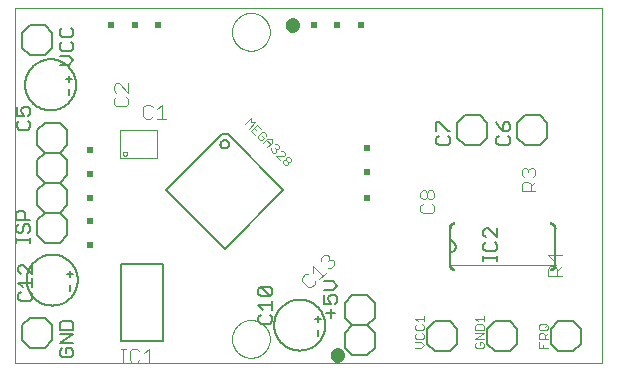
<source format=gto>
G75*
%MOIN*%
%OFA0B0*%
%FSLAX25Y25*%
%IPPOS*%
%LPD*%
%AMOC8*
5,1,8,0,0,1.08239X$1,22.5*
%
%ADD10C,0.00000*%
%ADD11C,0.02400*%
%ADD12C,0.00600*%
%ADD13C,0.00300*%
%ADD14R,0.02000X0.02000*%
%ADD15C,0.00236*%
%ADD16C,0.00400*%
%ADD17C,0.00500*%
%ADD18C,0.00800*%
%ADD19C,0.00060*%
%ADD20C,0.00200*%
D10*
X0012716Y0017082D02*
X0012716Y0135193D01*
X0208513Y0135193D01*
X0208513Y0017082D01*
X0139537Y0017082D01*
X0085157Y0024956D02*
X0085159Y0025114D01*
X0085165Y0025272D01*
X0085175Y0025430D01*
X0085189Y0025588D01*
X0085207Y0025745D01*
X0085228Y0025902D01*
X0085254Y0026058D01*
X0085284Y0026214D01*
X0085317Y0026369D01*
X0085355Y0026522D01*
X0085396Y0026675D01*
X0085441Y0026827D01*
X0085490Y0026978D01*
X0085543Y0027127D01*
X0085599Y0027275D01*
X0085659Y0027421D01*
X0085723Y0027566D01*
X0085791Y0027709D01*
X0085862Y0027851D01*
X0085936Y0027991D01*
X0086014Y0028128D01*
X0086096Y0028264D01*
X0086180Y0028398D01*
X0086269Y0028529D01*
X0086360Y0028658D01*
X0086455Y0028785D01*
X0086552Y0028910D01*
X0086653Y0029032D01*
X0086757Y0029151D01*
X0086864Y0029268D01*
X0086974Y0029382D01*
X0087087Y0029493D01*
X0087202Y0029602D01*
X0087320Y0029707D01*
X0087441Y0029809D01*
X0087564Y0029909D01*
X0087690Y0030005D01*
X0087818Y0030098D01*
X0087948Y0030188D01*
X0088081Y0030274D01*
X0088216Y0030358D01*
X0088352Y0030437D01*
X0088491Y0030514D01*
X0088632Y0030586D01*
X0088774Y0030656D01*
X0088918Y0030721D01*
X0089064Y0030783D01*
X0089211Y0030841D01*
X0089360Y0030896D01*
X0089510Y0030947D01*
X0089661Y0030994D01*
X0089813Y0031037D01*
X0089966Y0031076D01*
X0090121Y0031112D01*
X0090276Y0031143D01*
X0090432Y0031171D01*
X0090588Y0031195D01*
X0090745Y0031215D01*
X0090903Y0031231D01*
X0091060Y0031243D01*
X0091219Y0031251D01*
X0091377Y0031255D01*
X0091535Y0031255D01*
X0091693Y0031251D01*
X0091852Y0031243D01*
X0092009Y0031231D01*
X0092167Y0031215D01*
X0092324Y0031195D01*
X0092480Y0031171D01*
X0092636Y0031143D01*
X0092791Y0031112D01*
X0092946Y0031076D01*
X0093099Y0031037D01*
X0093251Y0030994D01*
X0093402Y0030947D01*
X0093552Y0030896D01*
X0093701Y0030841D01*
X0093848Y0030783D01*
X0093994Y0030721D01*
X0094138Y0030656D01*
X0094280Y0030586D01*
X0094421Y0030514D01*
X0094560Y0030437D01*
X0094696Y0030358D01*
X0094831Y0030274D01*
X0094964Y0030188D01*
X0095094Y0030098D01*
X0095222Y0030005D01*
X0095348Y0029909D01*
X0095471Y0029809D01*
X0095592Y0029707D01*
X0095710Y0029602D01*
X0095825Y0029493D01*
X0095938Y0029382D01*
X0096048Y0029268D01*
X0096155Y0029151D01*
X0096259Y0029032D01*
X0096360Y0028910D01*
X0096457Y0028785D01*
X0096552Y0028658D01*
X0096643Y0028529D01*
X0096732Y0028398D01*
X0096816Y0028264D01*
X0096898Y0028128D01*
X0096976Y0027991D01*
X0097050Y0027851D01*
X0097121Y0027709D01*
X0097189Y0027566D01*
X0097253Y0027421D01*
X0097313Y0027275D01*
X0097369Y0027127D01*
X0097422Y0026978D01*
X0097471Y0026827D01*
X0097516Y0026675D01*
X0097557Y0026522D01*
X0097595Y0026369D01*
X0097628Y0026214D01*
X0097658Y0026058D01*
X0097684Y0025902D01*
X0097705Y0025745D01*
X0097723Y0025588D01*
X0097737Y0025430D01*
X0097747Y0025272D01*
X0097753Y0025114D01*
X0097755Y0024956D01*
X0097753Y0024798D01*
X0097747Y0024640D01*
X0097737Y0024482D01*
X0097723Y0024324D01*
X0097705Y0024167D01*
X0097684Y0024010D01*
X0097658Y0023854D01*
X0097628Y0023698D01*
X0097595Y0023543D01*
X0097557Y0023390D01*
X0097516Y0023237D01*
X0097471Y0023085D01*
X0097422Y0022934D01*
X0097369Y0022785D01*
X0097313Y0022637D01*
X0097253Y0022491D01*
X0097189Y0022346D01*
X0097121Y0022203D01*
X0097050Y0022061D01*
X0096976Y0021921D01*
X0096898Y0021784D01*
X0096816Y0021648D01*
X0096732Y0021514D01*
X0096643Y0021383D01*
X0096552Y0021254D01*
X0096457Y0021127D01*
X0096360Y0021002D01*
X0096259Y0020880D01*
X0096155Y0020761D01*
X0096048Y0020644D01*
X0095938Y0020530D01*
X0095825Y0020419D01*
X0095710Y0020310D01*
X0095592Y0020205D01*
X0095471Y0020103D01*
X0095348Y0020003D01*
X0095222Y0019907D01*
X0095094Y0019814D01*
X0094964Y0019724D01*
X0094831Y0019638D01*
X0094696Y0019554D01*
X0094560Y0019475D01*
X0094421Y0019398D01*
X0094280Y0019326D01*
X0094138Y0019256D01*
X0093994Y0019191D01*
X0093848Y0019129D01*
X0093701Y0019071D01*
X0093552Y0019016D01*
X0093402Y0018965D01*
X0093251Y0018918D01*
X0093099Y0018875D01*
X0092946Y0018836D01*
X0092791Y0018800D01*
X0092636Y0018769D01*
X0092480Y0018741D01*
X0092324Y0018717D01*
X0092167Y0018697D01*
X0092009Y0018681D01*
X0091852Y0018669D01*
X0091693Y0018661D01*
X0091535Y0018657D01*
X0091377Y0018657D01*
X0091219Y0018661D01*
X0091060Y0018669D01*
X0090903Y0018681D01*
X0090745Y0018697D01*
X0090588Y0018717D01*
X0090432Y0018741D01*
X0090276Y0018769D01*
X0090121Y0018800D01*
X0089966Y0018836D01*
X0089813Y0018875D01*
X0089661Y0018918D01*
X0089510Y0018965D01*
X0089360Y0019016D01*
X0089211Y0019071D01*
X0089064Y0019129D01*
X0088918Y0019191D01*
X0088774Y0019256D01*
X0088632Y0019326D01*
X0088491Y0019398D01*
X0088352Y0019475D01*
X0088216Y0019554D01*
X0088081Y0019638D01*
X0087948Y0019724D01*
X0087818Y0019814D01*
X0087690Y0019907D01*
X0087564Y0020003D01*
X0087441Y0020103D01*
X0087320Y0020205D01*
X0087202Y0020310D01*
X0087087Y0020419D01*
X0086974Y0020530D01*
X0086864Y0020644D01*
X0086757Y0020761D01*
X0086653Y0020880D01*
X0086552Y0021002D01*
X0086455Y0021127D01*
X0086360Y0021254D01*
X0086269Y0021383D01*
X0086180Y0021514D01*
X0086096Y0021648D01*
X0086014Y0021784D01*
X0085936Y0021921D01*
X0085862Y0022061D01*
X0085791Y0022203D01*
X0085723Y0022346D01*
X0085659Y0022491D01*
X0085599Y0022637D01*
X0085543Y0022785D01*
X0085490Y0022934D01*
X0085441Y0023085D01*
X0085396Y0023237D01*
X0085355Y0023390D01*
X0085317Y0023543D01*
X0085284Y0023698D01*
X0085254Y0023854D01*
X0085228Y0024010D01*
X0085207Y0024167D01*
X0085189Y0024324D01*
X0085175Y0024482D01*
X0085165Y0024640D01*
X0085159Y0024798D01*
X0085157Y0024956D01*
X0012716Y0017082D02*
X0208513Y0017082D01*
X0085157Y0127319D02*
X0085159Y0127477D01*
X0085165Y0127635D01*
X0085175Y0127793D01*
X0085189Y0127951D01*
X0085207Y0128108D01*
X0085228Y0128265D01*
X0085254Y0128421D01*
X0085284Y0128577D01*
X0085317Y0128732D01*
X0085355Y0128885D01*
X0085396Y0129038D01*
X0085441Y0129190D01*
X0085490Y0129341D01*
X0085543Y0129490D01*
X0085599Y0129638D01*
X0085659Y0129784D01*
X0085723Y0129929D01*
X0085791Y0130072D01*
X0085862Y0130214D01*
X0085936Y0130354D01*
X0086014Y0130491D01*
X0086096Y0130627D01*
X0086180Y0130761D01*
X0086269Y0130892D01*
X0086360Y0131021D01*
X0086455Y0131148D01*
X0086552Y0131273D01*
X0086653Y0131395D01*
X0086757Y0131514D01*
X0086864Y0131631D01*
X0086974Y0131745D01*
X0087087Y0131856D01*
X0087202Y0131965D01*
X0087320Y0132070D01*
X0087441Y0132172D01*
X0087564Y0132272D01*
X0087690Y0132368D01*
X0087818Y0132461D01*
X0087948Y0132551D01*
X0088081Y0132637D01*
X0088216Y0132721D01*
X0088352Y0132800D01*
X0088491Y0132877D01*
X0088632Y0132949D01*
X0088774Y0133019D01*
X0088918Y0133084D01*
X0089064Y0133146D01*
X0089211Y0133204D01*
X0089360Y0133259D01*
X0089510Y0133310D01*
X0089661Y0133357D01*
X0089813Y0133400D01*
X0089966Y0133439D01*
X0090121Y0133475D01*
X0090276Y0133506D01*
X0090432Y0133534D01*
X0090588Y0133558D01*
X0090745Y0133578D01*
X0090903Y0133594D01*
X0091060Y0133606D01*
X0091219Y0133614D01*
X0091377Y0133618D01*
X0091535Y0133618D01*
X0091693Y0133614D01*
X0091852Y0133606D01*
X0092009Y0133594D01*
X0092167Y0133578D01*
X0092324Y0133558D01*
X0092480Y0133534D01*
X0092636Y0133506D01*
X0092791Y0133475D01*
X0092946Y0133439D01*
X0093099Y0133400D01*
X0093251Y0133357D01*
X0093402Y0133310D01*
X0093552Y0133259D01*
X0093701Y0133204D01*
X0093848Y0133146D01*
X0093994Y0133084D01*
X0094138Y0133019D01*
X0094280Y0132949D01*
X0094421Y0132877D01*
X0094560Y0132800D01*
X0094696Y0132721D01*
X0094831Y0132637D01*
X0094964Y0132551D01*
X0095094Y0132461D01*
X0095222Y0132368D01*
X0095348Y0132272D01*
X0095471Y0132172D01*
X0095592Y0132070D01*
X0095710Y0131965D01*
X0095825Y0131856D01*
X0095938Y0131745D01*
X0096048Y0131631D01*
X0096155Y0131514D01*
X0096259Y0131395D01*
X0096360Y0131273D01*
X0096457Y0131148D01*
X0096552Y0131021D01*
X0096643Y0130892D01*
X0096732Y0130761D01*
X0096816Y0130627D01*
X0096898Y0130491D01*
X0096976Y0130354D01*
X0097050Y0130214D01*
X0097121Y0130072D01*
X0097189Y0129929D01*
X0097253Y0129784D01*
X0097313Y0129638D01*
X0097369Y0129490D01*
X0097422Y0129341D01*
X0097471Y0129190D01*
X0097516Y0129038D01*
X0097557Y0128885D01*
X0097595Y0128732D01*
X0097628Y0128577D01*
X0097658Y0128421D01*
X0097684Y0128265D01*
X0097705Y0128108D01*
X0097723Y0127951D01*
X0097737Y0127793D01*
X0097747Y0127635D01*
X0097753Y0127477D01*
X0097755Y0127319D01*
X0097753Y0127161D01*
X0097747Y0127003D01*
X0097737Y0126845D01*
X0097723Y0126687D01*
X0097705Y0126530D01*
X0097684Y0126373D01*
X0097658Y0126217D01*
X0097628Y0126061D01*
X0097595Y0125906D01*
X0097557Y0125753D01*
X0097516Y0125600D01*
X0097471Y0125448D01*
X0097422Y0125297D01*
X0097369Y0125148D01*
X0097313Y0125000D01*
X0097253Y0124854D01*
X0097189Y0124709D01*
X0097121Y0124566D01*
X0097050Y0124424D01*
X0096976Y0124284D01*
X0096898Y0124147D01*
X0096816Y0124011D01*
X0096732Y0123877D01*
X0096643Y0123746D01*
X0096552Y0123617D01*
X0096457Y0123490D01*
X0096360Y0123365D01*
X0096259Y0123243D01*
X0096155Y0123124D01*
X0096048Y0123007D01*
X0095938Y0122893D01*
X0095825Y0122782D01*
X0095710Y0122673D01*
X0095592Y0122568D01*
X0095471Y0122466D01*
X0095348Y0122366D01*
X0095222Y0122270D01*
X0095094Y0122177D01*
X0094964Y0122087D01*
X0094831Y0122001D01*
X0094696Y0121917D01*
X0094560Y0121838D01*
X0094421Y0121761D01*
X0094280Y0121689D01*
X0094138Y0121619D01*
X0093994Y0121554D01*
X0093848Y0121492D01*
X0093701Y0121434D01*
X0093552Y0121379D01*
X0093402Y0121328D01*
X0093251Y0121281D01*
X0093099Y0121238D01*
X0092946Y0121199D01*
X0092791Y0121163D01*
X0092636Y0121132D01*
X0092480Y0121104D01*
X0092324Y0121080D01*
X0092167Y0121060D01*
X0092009Y0121044D01*
X0091852Y0121032D01*
X0091693Y0121024D01*
X0091535Y0121020D01*
X0091377Y0121020D01*
X0091219Y0121024D01*
X0091060Y0121032D01*
X0090903Y0121044D01*
X0090745Y0121060D01*
X0090588Y0121080D01*
X0090432Y0121104D01*
X0090276Y0121132D01*
X0090121Y0121163D01*
X0089966Y0121199D01*
X0089813Y0121238D01*
X0089661Y0121281D01*
X0089510Y0121328D01*
X0089360Y0121379D01*
X0089211Y0121434D01*
X0089064Y0121492D01*
X0088918Y0121554D01*
X0088774Y0121619D01*
X0088632Y0121689D01*
X0088491Y0121761D01*
X0088352Y0121838D01*
X0088216Y0121917D01*
X0088081Y0122001D01*
X0087948Y0122087D01*
X0087818Y0122177D01*
X0087690Y0122270D01*
X0087564Y0122366D01*
X0087441Y0122466D01*
X0087320Y0122568D01*
X0087202Y0122673D01*
X0087087Y0122782D01*
X0086974Y0122893D01*
X0086864Y0123007D01*
X0086757Y0123124D01*
X0086653Y0123243D01*
X0086552Y0123365D01*
X0086455Y0123490D01*
X0086360Y0123617D01*
X0086269Y0123746D01*
X0086180Y0123877D01*
X0086096Y0124011D01*
X0086014Y0124147D01*
X0085936Y0124284D01*
X0085862Y0124424D01*
X0085791Y0124566D01*
X0085723Y0124709D01*
X0085659Y0124854D01*
X0085599Y0125000D01*
X0085543Y0125148D01*
X0085490Y0125297D01*
X0085441Y0125448D01*
X0085396Y0125600D01*
X0085355Y0125753D01*
X0085317Y0125906D01*
X0085284Y0126061D01*
X0085254Y0126217D01*
X0085228Y0126373D01*
X0085207Y0126530D01*
X0085189Y0126687D01*
X0085175Y0126845D01*
X0085165Y0127003D01*
X0085159Y0127161D01*
X0085157Y0127319D01*
D11*
X0104016Y0129582D02*
X0104018Y0129651D01*
X0104024Y0129720D01*
X0104034Y0129788D01*
X0104048Y0129856D01*
X0104065Y0129923D01*
X0104087Y0129989D01*
X0104112Y0130053D01*
X0104141Y0130116D01*
X0104174Y0130177D01*
X0104210Y0130236D01*
X0104249Y0130293D01*
X0104292Y0130347D01*
X0104337Y0130399D01*
X0104386Y0130449D01*
X0104437Y0130495D01*
X0104491Y0130538D01*
X0104548Y0130579D01*
X0104606Y0130615D01*
X0104667Y0130649D01*
X0104729Y0130679D01*
X0104793Y0130705D01*
X0104858Y0130727D01*
X0104925Y0130746D01*
X0104993Y0130761D01*
X0105061Y0130772D01*
X0105130Y0130779D01*
X0105199Y0130782D01*
X0105268Y0130781D01*
X0105337Y0130776D01*
X0105405Y0130767D01*
X0105473Y0130754D01*
X0105540Y0130737D01*
X0105607Y0130717D01*
X0105671Y0130692D01*
X0105734Y0130664D01*
X0105796Y0130633D01*
X0105855Y0130597D01*
X0105913Y0130559D01*
X0105968Y0130517D01*
X0106021Y0130472D01*
X0106071Y0130424D01*
X0106118Y0130374D01*
X0106162Y0130320D01*
X0106203Y0130265D01*
X0106241Y0130207D01*
X0106275Y0130147D01*
X0106306Y0130085D01*
X0106333Y0130021D01*
X0106356Y0129956D01*
X0106376Y0129890D01*
X0106392Y0129822D01*
X0106404Y0129754D01*
X0106412Y0129686D01*
X0106416Y0129617D01*
X0106416Y0129547D01*
X0106412Y0129478D01*
X0106404Y0129410D01*
X0106392Y0129342D01*
X0106376Y0129274D01*
X0106356Y0129208D01*
X0106333Y0129143D01*
X0106306Y0129079D01*
X0106275Y0129017D01*
X0106241Y0128957D01*
X0106203Y0128899D01*
X0106162Y0128844D01*
X0106118Y0128790D01*
X0106071Y0128740D01*
X0106021Y0128692D01*
X0105968Y0128647D01*
X0105913Y0128605D01*
X0105855Y0128567D01*
X0105796Y0128531D01*
X0105734Y0128500D01*
X0105671Y0128472D01*
X0105607Y0128447D01*
X0105540Y0128427D01*
X0105473Y0128410D01*
X0105405Y0128397D01*
X0105337Y0128388D01*
X0105268Y0128383D01*
X0105199Y0128382D01*
X0105130Y0128385D01*
X0105061Y0128392D01*
X0104993Y0128403D01*
X0104925Y0128418D01*
X0104858Y0128437D01*
X0104793Y0128459D01*
X0104729Y0128485D01*
X0104667Y0128515D01*
X0104606Y0128549D01*
X0104548Y0128585D01*
X0104491Y0128626D01*
X0104437Y0128669D01*
X0104386Y0128715D01*
X0104337Y0128765D01*
X0104292Y0128817D01*
X0104249Y0128871D01*
X0104210Y0128928D01*
X0104174Y0128987D01*
X0104141Y0129048D01*
X0104112Y0129111D01*
X0104087Y0129175D01*
X0104065Y0129241D01*
X0104048Y0129308D01*
X0104034Y0129376D01*
X0104024Y0129444D01*
X0104018Y0129513D01*
X0104016Y0129582D01*
X0119016Y0019582D02*
X0119018Y0019651D01*
X0119024Y0019720D01*
X0119034Y0019788D01*
X0119048Y0019856D01*
X0119065Y0019923D01*
X0119087Y0019989D01*
X0119112Y0020053D01*
X0119141Y0020116D01*
X0119174Y0020177D01*
X0119210Y0020236D01*
X0119249Y0020293D01*
X0119292Y0020347D01*
X0119337Y0020399D01*
X0119386Y0020449D01*
X0119437Y0020495D01*
X0119491Y0020538D01*
X0119548Y0020579D01*
X0119606Y0020615D01*
X0119667Y0020649D01*
X0119729Y0020679D01*
X0119793Y0020705D01*
X0119858Y0020727D01*
X0119925Y0020746D01*
X0119993Y0020761D01*
X0120061Y0020772D01*
X0120130Y0020779D01*
X0120199Y0020782D01*
X0120268Y0020781D01*
X0120337Y0020776D01*
X0120405Y0020767D01*
X0120473Y0020754D01*
X0120540Y0020737D01*
X0120607Y0020717D01*
X0120671Y0020692D01*
X0120734Y0020664D01*
X0120796Y0020633D01*
X0120855Y0020597D01*
X0120913Y0020559D01*
X0120968Y0020517D01*
X0121021Y0020472D01*
X0121071Y0020424D01*
X0121118Y0020374D01*
X0121162Y0020320D01*
X0121203Y0020265D01*
X0121241Y0020207D01*
X0121275Y0020147D01*
X0121306Y0020085D01*
X0121333Y0020021D01*
X0121356Y0019956D01*
X0121376Y0019890D01*
X0121392Y0019822D01*
X0121404Y0019754D01*
X0121412Y0019686D01*
X0121416Y0019617D01*
X0121416Y0019547D01*
X0121412Y0019478D01*
X0121404Y0019410D01*
X0121392Y0019342D01*
X0121376Y0019274D01*
X0121356Y0019208D01*
X0121333Y0019143D01*
X0121306Y0019079D01*
X0121275Y0019017D01*
X0121241Y0018957D01*
X0121203Y0018899D01*
X0121162Y0018844D01*
X0121118Y0018790D01*
X0121071Y0018740D01*
X0121021Y0018692D01*
X0120968Y0018647D01*
X0120913Y0018605D01*
X0120855Y0018567D01*
X0120796Y0018531D01*
X0120734Y0018500D01*
X0120671Y0018472D01*
X0120607Y0018447D01*
X0120540Y0018427D01*
X0120473Y0018410D01*
X0120405Y0018397D01*
X0120337Y0018388D01*
X0120268Y0018383D01*
X0120199Y0018382D01*
X0120130Y0018385D01*
X0120061Y0018392D01*
X0119993Y0018403D01*
X0119925Y0018418D01*
X0119858Y0018437D01*
X0119793Y0018459D01*
X0119729Y0018485D01*
X0119667Y0018515D01*
X0119606Y0018549D01*
X0119548Y0018585D01*
X0119491Y0018626D01*
X0119437Y0018669D01*
X0119386Y0018715D01*
X0119337Y0018765D01*
X0119292Y0018817D01*
X0119249Y0018871D01*
X0119210Y0018928D01*
X0119174Y0018987D01*
X0119141Y0019048D01*
X0119112Y0019111D01*
X0119087Y0019175D01*
X0119065Y0019241D01*
X0119048Y0019308D01*
X0119034Y0019376D01*
X0119024Y0019444D01*
X0119018Y0019513D01*
X0119016Y0019582D01*
D12*
X0122716Y0022082D02*
X0122716Y0027082D01*
X0125216Y0029582D01*
X0122716Y0032082D01*
X0122716Y0037082D01*
X0125216Y0039582D01*
X0130216Y0039582D01*
X0132716Y0037082D01*
X0132716Y0032082D01*
X0130216Y0029582D01*
X0132716Y0027082D01*
X0132716Y0022082D01*
X0130216Y0019582D01*
X0125216Y0019582D01*
X0122716Y0022082D01*
X0113716Y0026082D02*
X0113716Y0028082D01*
X0113716Y0030582D02*
X0113716Y0032582D01*
X0112716Y0031582D02*
X0114716Y0031582D01*
X0099216Y0029582D02*
X0099219Y0029791D01*
X0099226Y0029999D01*
X0099239Y0030207D01*
X0099257Y0030415D01*
X0099280Y0030622D01*
X0099308Y0030829D01*
X0099341Y0031035D01*
X0099379Y0031240D01*
X0099423Y0031444D01*
X0099471Y0031647D01*
X0099524Y0031849D01*
X0099582Y0032049D01*
X0099645Y0032248D01*
X0099713Y0032446D01*
X0099786Y0032641D01*
X0099863Y0032835D01*
X0099945Y0033027D01*
X0100032Y0033216D01*
X0100124Y0033404D01*
X0100220Y0033589D01*
X0100320Y0033772D01*
X0100425Y0033952D01*
X0100535Y0034129D01*
X0100649Y0034304D01*
X0100767Y0034476D01*
X0100889Y0034645D01*
X0101015Y0034811D01*
X0101145Y0034974D01*
X0101280Y0035134D01*
X0101418Y0035290D01*
X0101560Y0035443D01*
X0101706Y0035592D01*
X0101855Y0035738D01*
X0102008Y0035880D01*
X0102164Y0036018D01*
X0102324Y0036153D01*
X0102487Y0036283D01*
X0102653Y0036409D01*
X0102822Y0036531D01*
X0102994Y0036649D01*
X0103169Y0036763D01*
X0103346Y0036873D01*
X0103526Y0036978D01*
X0103709Y0037078D01*
X0103894Y0037174D01*
X0104082Y0037266D01*
X0104271Y0037353D01*
X0104463Y0037435D01*
X0104657Y0037512D01*
X0104852Y0037585D01*
X0105050Y0037653D01*
X0105249Y0037716D01*
X0105449Y0037774D01*
X0105651Y0037827D01*
X0105854Y0037875D01*
X0106058Y0037919D01*
X0106263Y0037957D01*
X0106469Y0037990D01*
X0106676Y0038018D01*
X0106883Y0038041D01*
X0107091Y0038059D01*
X0107299Y0038072D01*
X0107507Y0038079D01*
X0107716Y0038082D01*
X0107925Y0038079D01*
X0108133Y0038072D01*
X0108341Y0038059D01*
X0108549Y0038041D01*
X0108756Y0038018D01*
X0108963Y0037990D01*
X0109169Y0037957D01*
X0109374Y0037919D01*
X0109578Y0037875D01*
X0109781Y0037827D01*
X0109983Y0037774D01*
X0110183Y0037716D01*
X0110382Y0037653D01*
X0110580Y0037585D01*
X0110775Y0037512D01*
X0110969Y0037435D01*
X0111161Y0037353D01*
X0111350Y0037266D01*
X0111538Y0037174D01*
X0111723Y0037078D01*
X0111906Y0036978D01*
X0112086Y0036873D01*
X0112263Y0036763D01*
X0112438Y0036649D01*
X0112610Y0036531D01*
X0112779Y0036409D01*
X0112945Y0036283D01*
X0113108Y0036153D01*
X0113268Y0036018D01*
X0113424Y0035880D01*
X0113577Y0035738D01*
X0113726Y0035592D01*
X0113872Y0035443D01*
X0114014Y0035290D01*
X0114152Y0035134D01*
X0114287Y0034974D01*
X0114417Y0034811D01*
X0114543Y0034645D01*
X0114665Y0034476D01*
X0114783Y0034304D01*
X0114897Y0034129D01*
X0115007Y0033952D01*
X0115112Y0033772D01*
X0115212Y0033589D01*
X0115308Y0033404D01*
X0115400Y0033216D01*
X0115487Y0033027D01*
X0115569Y0032835D01*
X0115646Y0032641D01*
X0115719Y0032446D01*
X0115787Y0032248D01*
X0115850Y0032049D01*
X0115908Y0031849D01*
X0115961Y0031647D01*
X0116009Y0031444D01*
X0116053Y0031240D01*
X0116091Y0031035D01*
X0116124Y0030829D01*
X0116152Y0030622D01*
X0116175Y0030415D01*
X0116193Y0030207D01*
X0116206Y0029999D01*
X0116213Y0029791D01*
X0116216Y0029582D01*
X0116213Y0029373D01*
X0116206Y0029165D01*
X0116193Y0028957D01*
X0116175Y0028749D01*
X0116152Y0028542D01*
X0116124Y0028335D01*
X0116091Y0028129D01*
X0116053Y0027924D01*
X0116009Y0027720D01*
X0115961Y0027517D01*
X0115908Y0027315D01*
X0115850Y0027115D01*
X0115787Y0026916D01*
X0115719Y0026718D01*
X0115646Y0026523D01*
X0115569Y0026329D01*
X0115487Y0026137D01*
X0115400Y0025948D01*
X0115308Y0025760D01*
X0115212Y0025575D01*
X0115112Y0025392D01*
X0115007Y0025212D01*
X0114897Y0025035D01*
X0114783Y0024860D01*
X0114665Y0024688D01*
X0114543Y0024519D01*
X0114417Y0024353D01*
X0114287Y0024190D01*
X0114152Y0024030D01*
X0114014Y0023874D01*
X0113872Y0023721D01*
X0113726Y0023572D01*
X0113577Y0023426D01*
X0113424Y0023284D01*
X0113268Y0023146D01*
X0113108Y0023011D01*
X0112945Y0022881D01*
X0112779Y0022755D01*
X0112610Y0022633D01*
X0112438Y0022515D01*
X0112263Y0022401D01*
X0112086Y0022291D01*
X0111906Y0022186D01*
X0111723Y0022086D01*
X0111538Y0021990D01*
X0111350Y0021898D01*
X0111161Y0021811D01*
X0110969Y0021729D01*
X0110775Y0021652D01*
X0110580Y0021579D01*
X0110382Y0021511D01*
X0110183Y0021448D01*
X0109983Y0021390D01*
X0109781Y0021337D01*
X0109578Y0021289D01*
X0109374Y0021245D01*
X0109169Y0021207D01*
X0108963Y0021174D01*
X0108756Y0021146D01*
X0108549Y0021123D01*
X0108341Y0021105D01*
X0108133Y0021092D01*
X0107925Y0021085D01*
X0107716Y0021082D01*
X0107507Y0021085D01*
X0107299Y0021092D01*
X0107091Y0021105D01*
X0106883Y0021123D01*
X0106676Y0021146D01*
X0106469Y0021174D01*
X0106263Y0021207D01*
X0106058Y0021245D01*
X0105854Y0021289D01*
X0105651Y0021337D01*
X0105449Y0021390D01*
X0105249Y0021448D01*
X0105050Y0021511D01*
X0104852Y0021579D01*
X0104657Y0021652D01*
X0104463Y0021729D01*
X0104271Y0021811D01*
X0104082Y0021898D01*
X0103894Y0021990D01*
X0103709Y0022086D01*
X0103526Y0022186D01*
X0103346Y0022291D01*
X0103169Y0022401D01*
X0102994Y0022515D01*
X0102822Y0022633D01*
X0102653Y0022755D01*
X0102487Y0022881D01*
X0102324Y0023011D01*
X0102164Y0023146D01*
X0102008Y0023284D01*
X0101855Y0023426D01*
X0101706Y0023572D01*
X0101560Y0023721D01*
X0101418Y0023874D01*
X0101280Y0024030D01*
X0101145Y0024190D01*
X0101015Y0024353D01*
X0100889Y0024519D01*
X0100767Y0024688D01*
X0100649Y0024860D01*
X0100535Y0025035D01*
X0100425Y0025212D01*
X0100320Y0025392D01*
X0100220Y0025575D01*
X0100124Y0025760D01*
X0100032Y0025948D01*
X0099945Y0026137D01*
X0099863Y0026329D01*
X0099786Y0026523D01*
X0099713Y0026718D01*
X0099645Y0026916D01*
X0099582Y0027115D01*
X0099524Y0027315D01*
X0099471Y0027517D01*
X0099423Y0027720D01*
X0099379Y0027924D01*
X0099341Y0028129D01*
X0099308Y0028335D01*
X0099280Y0028542D01*
X0099257Y0028749D01*
X0099239Y0028957D01*
X0099226Y0029165D01*
X0099219Y0029373D01*
X0099216Y0029582D01*
X0125216Y0029582D02*
X0130216Y0029582D01*
X0150216Y0028332D02*
X0150216Y0023332D01*
X0152716Y0020832D01*
X0157716Y0020832D01*
X0160216Y0023332D01*
X0160216Y0028332D01*
X0157716Y0030832D01*
X0152716Y0030832D01*
X0150216Y0028332D01*
X0170216Y0028332D02*
X0170216Y0023332D01*
X0172716Y0020832D01*
X0177716Y0020832D01*
X0180216Y0023332D01*
X0180216Y0028332D01*
X0177716Y0030832D01*
X0172716Y0030832D01*
X0170216Y0028332D01*
X0191466Y0028332D02*
X0191466Y0023332D01*
X0193966Y0020832D01*
X0198966Y0020832D01*
X0201466Y0023332D01*
X0201466Y0028332D01*
X0198966Y0030832D01*
X0193966Y0030832D01*
X0191466Y0028332D01*
X0192716Y0049632D02*
X0192716Y0062032D01*
X0157716Y0062032D02*
X0157716Y0049632D01*
X0157716Y0053832D02*
X0157804Y0053834D01*
X0157893Y0053840D01*
X0157981Y0053850D01*
X0158068Y0053863D01*
X0158155Y0053881D01*
X0158241Y0053902D01*
X0158326Y0053927D01*
X0158409Y0053956D01*
X0158492Y0053989D01*
X0158572Y0054025D01*
X0158651Y0054064D01*
X0158729Y0054107D01*
X0158804Y0054154D01*
X0158877Y0054204D01*
X0158948Y0054257D01*
X0159017Y0054313D01*
X0159083Y0054372D01*
X0159146Y0054434D01*
X0159206Y0054498D01*
X0159264Y0054565D01*
X0159318Y0054635D01*
X0159370Y0054707D01*
X0159418Y0054781D01*
X0159463Y0054858D01*
X0159504Y0054936D01*
X0159542Y0055016D01*
X0159576Y0055097D01*
X0159607Y0055180D01*
X0159634Y0055265D01*
X0159657Y0055350D01*
X0159676Y0055436D01*
X0159692Y0055524D01*
X0159704Y0055611D01*
X0159712Y0055699D01*
X0159716Y0055788D01*
X0159716Y0055876D01*
X0159712Y0055965D01*
X0159704Y0056053D01*
X0159692Y0056140D01*
X0159676Y0056228D01*
X0159657Y0056314D01*
X0159634Y0056399D01*
X0159607Y0056484D01*
X0159576Y0056567D01*
X0159542Y0056648D01*
X0159504Y0056728D01*
X0159463Y0056806D01*
X0159418Y0056883D01*
X0159370Y0056957D01*
X0159318Y0057029D01*
X0159264Y0057099D01*
X0159206Y0057166D01*
X0159146Y0057230D01*
X0159083Y0057292D01*
X0159017Y0057351D01*
X0158948Y0057407D01*
X0158877Y0057460D01*
X0158804Y0057510D01*
X0158729Y0057557D01*
X0158651Y0057600D01*
X0158572Y0057639D01*
X0158492Y0057675D01*
X0158409Y0057708D01*
X0158326Y0057737D01*
X0158241Y0057762D01*
X0158155Y0057783D01*
X0158068Y0057801D01*
X0157981Y0057814D01*
X0157893Y0057824D01*
X0157804Y0057830D01*
X0157716Y0057832D01*
X0162716Y0089582D02*
X0160216Y0092082D01*
X0160216Y0097082D01*
X0162716Y0099582D01*
X0167716Y0099582D01*
X0170216Y0097082D01*
X0170216Y0092082D01*
X0167716Y0089582D01*
X0162716Y0089582D01*
X0180216Y0092082D02*
X0182716Y0089582D01*
X0187716Y0089582D01*
X0190216Y0092082D01*
X0190216Y0097082D01*
X0187716Y0099582D01*
X0182716Y0099582D01*
X0180216Y0097082D01*
X0180216Y0092082D01*
X0102231Y0074582D02*
X0083704Y0093109D01*
X0081728Y0093109D01*
X0063201Y0074582D01*
X0082716Y0055067D01*
X0102231Y0074582D01*
X0081302Y0089856D02*
X0081304Y0089931D01*
X0081310Y0090005D01*
X0081320Y0090079D01*
X0081333Y0090152D01*
X0081351Y0090225D01*
X0081372Y0090296D01*
X0081397Y0090367D01*
X0081426Y0090436D01*
X0081459Y0090503D01*
X0081495Y0090568D01*
X0081534Y0090632D01*
X0081576Y0090693D01*
X0081622Y0090752D01*
X0081671Y0090809D01*
X0081723Y0090862D01*
X0081777Y0090913D01*
X0081834Y0090962D01*
X0081894Y0091006D01*
X0081956Y0091048D01*
X0082020Y0091087D01*
X0082086Y0091122D01*
X0082153Y0091153D01*
X0082223Y0091181D01*
X0082293Y0091205D01*
X0082365Y0091226D01*
X0082438Y0091242D01*
X0082511Y0091255D01*
X0082586Y0091264D01*
X0082660Y0091269D01*
X0082735Y0091270D01*
X0082809Y0091267D01*
X0082884Y0091260D01*
X0082957Y0091249D01*
X0083031Y0091235D01*
X0083103Y0091216D01*
X0083174Y0091194D01*
X0083244Y0091168D01*
X0083313Y0091138D01*
X0083379Y0091105D01*
X0083444Y0091068D01*
X0083507Y0091028D01*
X0083568Y0090984D01*
X0083626Y0090938D01*
X0083682Y0090888D01*
X0083735Y0090836D01*
X0083786Y0090781D01*
X0083833Y0090723D01*
X0083877Y0090663D01*
X0083918Y0090600D01*
X0083956Y0090536D01*
X0083990Y0090470D01*
X0084021Y0090401D01*
X0084048Y0090332D01*
X0084071Y0090261D01*
X0084090Y0090189D01*
X0084106Y0090116D01*
X0084118Y0090042D01*
X0084126Y0089968D01*
X0084130Y0089893D01*
X0084130Y0089819D01*
X0084126Y0089744D01*
X0084118Y0089670D01*
X0084106Y0089596D01*
X0084090Y0089523D01*
X0084071Y0089451D01*
X0084048Y0089380D01*
X0084021Y0089311D01*
X0083990Y0089242D01*
X0083956Y0089176D01*
X0083918Y0089112D01*
X0083877Y0089049D01*
X0083833Y0088989D01*
X0083786Y0088931D01*
X0083735Y0088876D01*
X0083682Y0088824D01*
X0083626Y0088774D01*
X0083568Y0088728D01*
X0083507Y0088684D01*
X0083444Y0088644D01*
X0083379Y0088607D01*
X0083313Y0088574D01*
X0083244Y0088544D01*
X0083174Y0088518D01*
X0083103Y0088496D01*
X0083031Y0088477D01*
X0082957Y0088463D01*
X0082884Y0088452D01*
X0082809Y0088445D01*
X0082735Y0088442D01*
X0082660Y0088443D01*
X0082586Y0088448D01*
X0082511Y0088457D01*
X0082438Y0088470D01*
X0082365Y0088486D01*
X0082293Y0088507D01*
X0082223Y0088531D01*
X0082153Y0088559D01*
X0082086Y0088590D01*
X0082020Y0088625D01*
X0081956Y0088664D01*
X0081894Y0088706D01*
X0081834Y0088750D01*
X0081777Y0088799D01*
X0081723Y0088850D01*
X0081671Y0088903D01*
X0081622Y0088960D01*
X0081576Y0089019D01*
X0081534Y0089080D01*
X0081495Y0089144D01*
X0081459Y0089209D01*
X0081426Y0089276D01*
X0081397Y0089345D01*
X0081372Y0089416D01*
X0081351Y0089487D01*
X0081333Y0089560D01*
X0081320Y0089633D01*
X0081310Y0089707D01*
X0081304Y0089781D01*
X0081302Y0089856D01*
X0030216Y0089582D02*
X0030216Y0094582D01*
X0027716Y0097082D01*
X0022716Y0097082D01*
X0020216Y0094582D01*
X0020216Y0089582D01*
X0022716Y0087082D01*
X0027716Y0087082D01*
X0030216Y0089582D01*
X0027716Y0087082D02*
X0030216Y0084582D01*
X0030216Y0079582D01*
X0027716Y0077082D01*
X0030216Y0074582D01*
X0030216Y0069582D01*
X0027716Y0067082D01*
X0030216Y0064582D01*
X0030216Y0059582D01*
X0027716Y0057082D01*
X0022716Y0057082D01*
X0020216Y0059582D01*
X0020216Y0064582D01*
X0022716Y0067082D01*
X0020216Y0069582D01*
X0020216Y0074582D01*
X0022716Y0077082D01*
X0027716Y0077082D01*
X0022716Y0077082D02*
X0020216Y0079582D01*
X0020216Y0084582D01*
X0022716Y0087082D01*
X0022716Y0067082D02*
X0027716Y0067082D01*
X0031216Y0047582D02*
X0031216Y0045582D01*
X0030216Y0046582D02*
X0032216Y0046582D01*
X0031216Y0043082D02*
X0031216Y0041082D01*
X0016716Y0044582D02*
X0016719Y0044791D01*
X0016726Y0044999D01*
X0016739Y0045207D01*
X0016757Y0045415D01*
X0016780Y0045622D01*
X0016808Y0045829D01*
X0016841Y0046035D01*
X0016879Y0046240D01*
X0016923Y0046444D01*
X0016971Y0046647D01*
X0017024Y0046849D01*
X0017082Y0047049D01*
X0017145Y0047248D01*
X0017213Y0047446D01*
X0017286Y0047641D01*
X0017363Y0047835D01*
X0017445Y0048027D01*
X0017532Y0048216D01*
X0017624Y0048404D01*
X0017720Y0048589D01*
X0017820Y0048772D01*
X0017925Y0048952D01*
X0018035Y0049129D01*
X0018149Y0049304D01*
X0018267Y0049476D01*
X0018389Y0049645D01*
X0018515Y0049811D01*
X0018645Y0049974D01*
X0018780Y0050134D01*
X0018918Y0050290D01*
X0019060Y0050443D01*
X0019206Y0050592D01*
X0019355Y0050738D01*
X0019508Y0050880D01*
X0019664Y0051018D01*
X0019824Y0051153D01*
X0019987Y0051283D01*
X0020153Y0051409D01*
X0020322Y0051531D01*
X0020494Y0051649D01*
X0020669Y0051763D01*
X0020846Y0051873D01*
X0021026Y0051978D01*
X0021209Y0052078D01*
X0021394Y0052174D01*
X0021582Y0052266D01*
X0021771Y0052353D01*
X0021963Y0052435D01*
X0022157Y0052512D01*
X0022352Y0052585D01*
X0022550Y0052653D01*
X0022749Y0052716D01*
X0022949Y0052774D01*
X0023151Y0052827D01*
X0023354Y0052875D01*
X0023558Y0052919D01*
X0023763Y0052957D01*
X0023969Y0052990D01*
X0024176Y0053018D01*
X0024383Y0053041D01*
X0024591Y0053059D01*
X0024799Y0053072D01*
X0025007Y0053079D01*
X0025216Y0053082D01*
X0025425Y0053079D01*
X0025633Y0053072D01*
X0025841Y0053059D01*
X0026049Y0053041D01*
X0026256Y0053018D01*
X0026463Y0052990D01*
X0026669Y0052957D01*
X0026874Y0052919D01*
X0027078Y0052875D01*
X0027281Y0052827D01*
X0027483Y0052774D01*
X0027683Y0052716D01*
X0027882Y0052653D01*
X0028080Y0052585D01*
X0028275Y0052512D01*
X0028469Y0052435D01*
X0028661Y0052353D01*
X0028850Y0052266D01*
X0029038Y0052174D01*
X0029223Y0052078D01*
X0029406Y0051978D01*
X0029586Y0051873D01*
X0029763Y0051763D01*
X0029938Y0051649D01*
X0030110Y0051531D01*
X0030279Y0051409D01*
X0030445Y0051283D01*
X0030608Y0051153D01*
X0030768Y0051018D01*
X0030924Y0050880D01*
X0031077Y0050738D01*
X0031226Y0050592D01*
X0031372Y0050443D01*
X0031514Y0050290D01*
X0031652Y0050134D01*
X0031787Y0049974D01*
X0031917Y0049811D01*
X0032043Y0049645D01*
X0032165Y0049476D01*
X0032283Y0049304D01*
X0032397Y0049129D01*
X0032507Y0048952D01*
X0032612Y0048772D01*
X0032712Y0048589D01*
X0032808Y0048404D01*
X0032900Y0048216D01*
X0032987Y0048027D01*
X0033069Y0047835D01*
X0033146Y0047641D01*
X0033219Y0047446D01*
X0033287Y0047248D01*
X0033350Y0047049D01*
X0033408Y0046849D01*
X0033461Y0046647D01*
X0033509Y0046444D01*
X0033553Y0046240D01*
X0033591Y0046035D01*
X0033624Y0045829D01*
X0033652Y0045622D01*
X0033675Y0045415D01*
X0033693Y0045207D01*
X0033706Y0044999D01*
X0033713Y0044791D01*
X0033716Y0044582D01*
X0033713Y0044373D01*
X0033706Y0044165D01*
X0033693Y0043957D01*
X0033675Y0043749D01*
X0033652Y0043542D01*
X0033624Y0043335D01*
X0033591Y0043129D01*
X0033553Y0042924D01*
X0033509Y0042720D01*
X0033461Y0042517D01*
X0033408Y0042315D01*
X0033350Y0042115D01*
X0033287Y0041916D01*
X0033219Y0041718D01*
X0033146Y0041523D01*
X0033069Y0041329D01*
X0032987Y0041137D01*
X0032900Y0040948D01*
X0032808Y0040760D01*
X0032712Y0040575D01*
X0032612Y0040392D01*
X0032507Y0040212D01*
X0032397Y0040035D01*
X0032283Y0039860D01*
X0032165Y0039688D01*
X0032043Y0039519D01*
X0031917Y0039353D01*
X0031787Y0039190D01*
X0031652Y0039030D01*
X0031514Y0038874D01*
X0031372Y0038721D01*
X0031226Y0038572D01*
X0031077Y0038426D01*
X0030924Y0038284D01*
X0030768Y0038146D01*
X0030608Y0038011D01*
X0030445Y0037881D01*
X0030279Y0037755D01*
X0030110Y0037633D01*
X0029938Y0037515D01*
X0029763Y0037401D01*
X0029586Y0037291D01*
X0029406Y0037186D01*
X0029223Y0037086D01*
X0029038Y0036990D01*
X0028850Y0036898D01*
X0028661Y0036811D01*
X0028469Y0036729D01*
X0028275Y0036652D01*
X0028080Y0036579D01*
X0027882Y0036511D01*
X0027683Y0036448D01*
X0027483Y0036390D01*
X0027281Y0036337D01*
X0027078Y0036289D01*
X0026874Y0036245D01*
X0026669Y0036207D01*
X0026463Y0036174D01*
X0026256Y0036146D01*
X0026049Y0036123D01*
X0025841Y0036105D01*
X0025633Y0036092D01*
X0025425Y0036085D01*
X0025216Y0036082D01*
X0025007Y0036085D01*
X0024799Y0036092D01*
X0024591Y0036105D01*
X0024383Y0036123D01*
X0024176Y0036146D01*
X0023969Y0036174D01*
X0023763Y0036207D01*
X0023558Y0036245D01*
X0023354Y0036289D01*
X0023151Y0036337D01*
X0022949Y0036390D01*
X0022749Y0036448D01*
X0022550Y0036511D01*
X0022352Y0036579D01*
X0022157Y0036652D01*
X0021963Y0036729D01*
X0021771Y0036811D01*
X0021582Y0036898D01*
X0021394Y0036990D01*
X0021209Y0037086D01*
X0021026Y0037186D01*
X0020846Y0037291D01*
X0020669Y0037401D01*
X0020494Y0037515D01*
X0020322Y0037633D01*
X0020153Y0037755D01*
X0019987Y0037881D01*
X0019824Y0038011D01*
X0019664Y0038146D01*
X0019508Y0038284D01*
X0019355Y0038426D01*
X0019206Y0038572D01*
X0019060Y0038721D01*
X0018918Y0038874D01*
X0018780Y0039030D01*
X0018645Y0039190D01*
X0018515Y0039353D01*
X0018389Y0039519D01*
X0018267Y0039688D01*
X0018149Y0039860D01*
X0018035Y0040035D01*
X0017925Y0040212D01*
X0017820Y0040392D01*
X0017720Y0040575D01*
X0017624Y0040760D01*
X0017532Y0040948D01*
X0017445Y0041137D01*
X0017363Y0041329D01*
X0017286Y0041523D01*
X0017213Y0041718D01*
X0017145Y0041916D01*
X0017082Y0042115D01*
X0017024Y0042315D01*
X0016971Y0042517D01*
X0016923Y0042720D01*
X0016879Y0042924D01*
X0016841Y0043129D01*
X0016808Y0043335D01*
X0016780Y0043542D01*
X0016757Y0043749D01*
X0016739Y0043957D01*
X0016726Y0044165D01*
X0016719Y0044373D01*
X0016716Y0044582D01*
X0017716Y0032082D02*
X0015216Y0029582D01*
X0015216Y0024582D01*
X0017716Y0022082D01*
X0022716Y0022082D01*
X0025216Y0024582D01*
X0025216Y0029582D01*
X0022716Y0032082D01*
X0017716Y0032082D01*
X0030674Y0106181D02*
X0030674Y0108181D01*
X0030674Y0110681D02*
X0030674Y0112681D01*
X0029674Y0111681D02*
X0031674Y0111681D01*
X0016174Y0109681D02*
X0016177Y0109890D01*
X0016184Y0110098D01*
X0016197Y0110306D01*
X0016215Y0110514D01*
X0016238Y0110721D01*
X0016266Y0110928D01*
X0016299Y0111134D01*
X0016337Y0111339D01*
X0016381Y0111543D01*
X0016429Y0111746D01*
X0016482Y0111948D01*
X0016540Y0112148D01*
X0016603Y0112347D01*
X0016671Y0112545D01*
X0016744Y0112740D01*
X0016821Y0112934D01*
X0016903Y0113126D01*
X0016990Y0113315D01*
X0017082Y0113503D01*
X0017178Y0113688D01*
X0017278Y0113871D01*
X0017383Y0114051D01*
X0017493Y0114228D01*
X0017607Y0114403D01*
X0017725Y0114575D01*
X0017847Y0114744D01*
X0017973Y0114910D01*
X0018103Y0115073D01*
X0018238Y0115233D01*
X0018376Y0115389D01*
X0018518Y0115542D01*
X0018664Y0115691D01*
X0018813Y0115837D01*
X0018966Y0115979D01*
X0019122Y0116117D01*
X0019282Y0116252D01*
X0019445Y0116382D01*
X0019611Y0116508D01*
X0019780Y0116630D01*
X0019952Y0116748D01*
X0020127Y0116862D01*
X0020304Y0116972D01*
X0020484Y0117077D01*
X0020667Y0117177D01*
X0020852Y0117273D01*
X0021040Y0117365D01*
X0021229Y0117452D01*
X0021421Y0117534D01*
X0021615Y0117611D01*
X0021810Y0117684D01*
X0022008Y0117752D01*
X0022207Y0117815D01*
X0022407Y0117873D01*
X0022609Y0117926D01*
X0022812Y0117974D01*
X0023016Y0118018D01*
X0023221Y0118056D01*
X0023427Y0118089D01*
X0023634Y0118117D01*
X0023841Y0118140D01*
X0024049Y0118158D01*
X0024257Y0118171D01*
X0024465Y0118178D01*
X0024674Y0118181D01*
X0024883Y0118178D01*
X0025091Y0118171D01*
X0025299Y0118158D01*
X0025507Y0118140D01*
X0025714Y0118117D01*
X0025921Y0118089D01*
X0026127Y0118056D01*
X0026332Y0118018D01*
X0026536Y0117974D01*
X0026739Y0117926D01*
X0026941Y0117873D01*
X0027141Y0117815D01*
X0027340Y0117752D01*
X0027538Y0117684D01*
X0027733Y0117611D01*
X0027927Y0117534D01*
X0028119Y0117452D01*
X0028308Y0117365D01*
X0028496Y0117273D01*
X0028681Y0117177D01*
X0028864Y0117077D01*
X0029044Y0116972D01*
X0029221Y0116862D01*
X0029396Y0116748D01*
X0029568Y0116630D01*
X0029737Y0116508D01*
X0029903Y0116382D01*
X0030066Y0116252D01*
X0030226Y0116117D01*
X0030382Y0115979D01*
X0030535Y0115837D01*
X0030684Y0115691D01*
X0030830Y0115542D01*
X0030972Y0115389D01*
X0031110Y0115233D01*
X0031245Y0115073D01*
X0031375Y0114910D01*
X0031501Y0114744D01*
X0031623Y0114575D01*
X0031741Y0114403D01*
X0031855Y0114228D01*
X0031965Y0114051D01*
X0032070Y0113871D01*
X0032170Y0113688D01*
X0032266Y0113503D01*
X0032358Y0113315D01*
X0032445Y0113126D01*
X0032527Y0112934D01*
X0032604Y0112740D01*
X0032677Y0112545D01*
X0032745Y0112347D01*
X0032808Y0112148D01*
X0032866Y0111948D01*
X0032919Y0111746D01*
X0032967Y0111543D01*
X0033011Y0111339D01*
X0033049Y0111134D01*
X0033082Y0110928D01*
X0033110Y0110721D01*
X0033133Y0110514D01*
X0033151Y0110306D01*
X0033164Y0110098D01*
X0033171Y0109890D01*
X0033174Y0109681D01*
X0033171Y0109472D01*
X0033164Y0109264D01*
X0033151Y0109056D01*
X0033133Y0108848D01*
X0033110Y0108641D01*
X0033082Y0108434D01*
X0033049Y0108228D01*
X0033011Y0108023D01*
X0032967Y0107819D01*
X0032919Y0107616D01*
X0032866Y0107414D01*
X0032808Y0107214D01*
X0032745Y0107015D01*
X0032677Y0106817D01*
X0032604Y0106622D01*
X0032527Y0106428D01*
X0032445Y0106236D01*
X0032358Y0106047D01*
X0032266Y0105859D01*
X0032170Y0105674D01*
X0032070Y0105491D01*
X0031965Y0105311D01*
X0031855Y0105134D01*
X0031741Y0104959D01*
X0031623Y0104787D01*
X0031501Y0104618D01*
X0031375Y0104452D01*
X0031245Y0104289D01*
X0031110Y0104129D01*
X0030972Y0103973D01*
X0030830Y0103820D01*
X0030684Y0103671D01*
X0030535Y0103525D01*
X0030382Y0103383D01*
X0030226Y0103245D01*
X0030066Y0103110D01*
X0029903Y0102980D01*
X0029737Y0102854D01*
X0029568Y0102732D01*
X0029396Y0102614D01*
X0029221Y0102500D01*
X0029044Y0102390D01*
X0028864Y0102285D01*
X0028681Y0102185D01*
X0028496Y0102089D01*
X0028308Y0101997D01*
X0028119Y0101910D01*
X0027927Y0101828D01*
X0027733Y0101751D01*
X0027538Y0101678D01*
X0027340Y0101610D01*
X0027141Y0101547D01*
X0026941Y0101489D01*
X0026739Y0101436D01*
X0026536Y0101388D01*
X0026332Y0101344D01*
X0026127Y0101306D01*
X0025921Y0101273D01*
X0025714Y0101245D01*
X0025507Y0101222D01*
X0025299Y0101204D01*
X0025091Y0101191D01*
X0024883Y0101184D01*
X0024674Y0101181D01*
X0024465Y0101184D01*
X0024257Y0101191D01*
X0024049Y0101204D01*
X0023841Y0101222D01*
X0023634Y0101245D01*
X0023427Y0101273D01*
X0023221Y0101306D01*
X0023016Y0101344D01*
X0022812Y0101388D01*
X0022609Y0101436D01*
X0022407Y0101489D01*
X0022207Y0101547D01*
X0022008Y0101610D01*
X0021810Y0101678D01*
X0021615Y0101751D01*
X0021421Y0101828D01*
X0021229Y0101910D01*
X0021040Y0101997D01*
X0020852Y0102089D01*
X0020667Y0102185D01*
X0020484Y0102285D01*
X0020304Y0102390D01*
X0020127Y0102500D01*
X0019952Y0102614D01*
X0019780Y0102732D01*
X0019611Y0102854D01*
X0019445Y0102980D01*
X0019282Y0103110D01*
X0019122Y0103245D01*
X0018966Y0103383D01*
X0018813Y0103525D01*
X0018664Y0103671D01*
X0018518Y0103820D01*
X0018376Y0103973D01*
X0018238Y0104129D01*
X0018103Y0104289D01*
X0017973Y0104452D01*
X0017847Y0104618D01*
X0017725Y0104787D01*
X0017607Y0104959D01*
X0017493Y0105134D01*
X0017383Y0105311D01*
X0017278Y0105491D01*
X0017178Y0105674D01*
X0017082Y0105859D01*
X0016990Y0106047D01*
X0016903Y0106236D01*
X0016821Y0106428D01*
X0016744Y0106622D01*
X0016671Y0106817D01*
X0016603Y0107015D01*
X0016540Y0107214D01*
X0016482Y0107414D01*
X0016429Y0107616D01*
X0016381Y0107819D01*
X0016337Y0108023D01*
X0016299Y0108228D01*
X0016266Y0108434D01*
X0016238Y0108641D01*
X0016215Y0108848D01*
X0016197Y0109056D01*
X0016184Y0109264D01*
X0016177Y0109472D01*
X0016174Y0109681D01*
X0017716Y0119582D02*
X0015216Y0122082D01*
X0015216Y0127082D01*
X0017716Y0129582D01*
X0022716Y0129582D01*
X0025216Y0127082D01*
X0025216Y0122082D01*
X0022716Y0119582D01*
X0017716Y0119582D01*
D13*
X0089363Y0096432D02*
X0091415Y0098484D01*
X0091415Y0097116D01*
X0092783Y0097116D01*
X0090731Y0095064D01*
X0091446Y0094348D02*
X0092814Y0092980D01*
X0093872Y0092607D02*
X0095240Y0093975D01*
X0095924Y0093975D01*
X0096608Y0093291D01*
X0096608Y0092607D01*
X0095924Y0091923D02*
X0095240Y0091239D01*
X0094556Y0091239D01*
X0093872Y0091923D01*
X0093872Y0092607D01*
X0095240Y0092607D02*
X0095924Y0091923D01*
X0096639Y0091208D02*
X0098008Y0089839D01*
X0098350Y0090181D02*
X0096981Y0088813D01*
X0098039Y0088440D02*
X0098039Y0087756D01*
X0098723Y0087072D01*
X0099407Y0087072D01*
X0099749Y0087414D01*
X0099749Y0088098D01*
X0099407Y0088440D01*
X0099749Y0088098D02*
X0100433Y0088098D01*
X0100775Y0088440D01*
X0100775Y0089124D01*
X0100091Y0089808D01*
X0099407Y0089808D01*
X0098350Y0090181D02*
X0098350Y0091550D01*
X0096981Y0091550D01*
X0095613Y0090181D01*
X0099780Y0086014D02*
X0102517Y0086014D01*
X0102859Y0086356D01*
X0102859Y0087041D01*
X0102175Y0087725D01*
X0101490Y0087725D01*
X0099780Y0086014D02*
X0101148Y0084646D01*
X0102206Y0084273D02*
X0102548Y0084615D01*
X0103232Y0084615D01*
X0103916Y0083931D01*
X0103916Y0083247D01*
X0103574Y0082905D01*
X0102890Y0082905D01*
X0102206Y0083589D01*
X0102206Y0084273D01*
X0103232Y0084615D02*
X0103232Y0085299D01*
X0103574Y0085641D01*
X0104258Y0085641D01*
X0104942Y0084957D01*
X0104942Y0084273D01*
X0104600Y0083931D01*
X0103916Y0083931D01*
X0091446Y0094348D02*
X0093498Y0096401D01*
X0094867Y0095033D01*
X0093156Y0094691D02*
X0092472Y0095375D01*
X0146213Y0031739D02*
X0149116Y0031739D01*
X0149116Y0030772D02*
X0149116Y0032707D01*
X0147181Y0030772D02*
X0146213Y0031739D01*
X0146697Y0029760D02*
X0146213Y0029277D01*
X0146213Y0028309D01*
X0146697Y0027825D01*
X0148632Y0027825D01*
X0149116Y0028309D01*
X0149116Y0029277D01*
X0148632Y0029760D01*
X0148632Y0026814D02*
X0149116Y0026330D01*
X0149116Y0025363D01*
X0148632Y0024879D01*
X0146697Y0024879D01*
X0146213Y0025363D01*
X0146213Y0026330D01*
X0146697Y0026814D01*
X0146213Y0023867D02*
X0148148Y0023867D01*
X0149116Y0022900D01*
X0148148Y0021932D01*
X0146213Y0021932D01*
X0166213Y0022416D02*
X0166697Y0021932D01*
X0168632Y0021932D01*
X0169116Y0022416D01*
X0169116Y0023384D01*
X0168632Y0023867D01*
X0167665Y0023867D01*
X0167665Y0022900D01*
X0166697Y0023867D02*
X0166213Y0023384D01*
X0166213Y0022416D01*
X0166213Y0024879D02*
X0169116Y0026814D01*
X0166213Y0026814D01*
X0166213Y0027825D02*
X0166213Y0029277D01*
X0166697Y0029760D01*
X0168632Y0029760D01*
X0169116Y0029277D01*
X0169116Y0027825D01*
X0166213Y0027825D01*
X0166213Y0024879D02*
X0169116Y0024879D01*
X0169116Y0030772D02*
X0169116Y0032707D01*
X0169116Y0031739D02*
X0166213Y0031739D01*
X0167181Y0030772D01*
X0187463Y0029277D02*
X0187463Y0028309D01*
X0187947Y0027825D01*
X0189882Y0027825D01*
X0190366Y0028309D01*
X0190366Y0029277D01*
X0189882Y0029760D01*
X0187947Y0029760D01*
X0187463Y0029277D01*
X0189398Y0028793D02*
X0190366Y0029760D01*
X0190366Y0026814D02*
X0189398Y0025846D01*
X0189398Y0026330D02*
X0189398Y0024879D01*
X0190366Y0024879D02*
X0187463Y0024879D01*
X0187463Y0026330D01*
X0187947Y0026814D01*
X0188915Y0026814D01*
X0189398Y0026330D01*
X0187463Y0023867D02*
X0187463Y0021932D01*
X0190366Y0021932D01*
X0188915Y0021932D02*
X0188915Y0022900D01*
D14*
X0130216Y0072082D03*
X0130216Y0080645D03*
X0130216Y0088519D03*
X0128090Y0129582D03*
X0120216Y0129582D03*
X0112342Y0129582D03*
X0060590Y0129582D03*
X0052716Y0129582D03*
X0044842Y0129582D03*
X0037716Y0087830D03*
X0037716Y0079956D03*
X0037716Y0072082D03*
X0037716Y0064208D03*
X0037716Y0056334D03*
D15*
X0047696Y0085094D02*
X0047696Y0094543D01*
X0060295Y0094543D01*
X0060295Y0085094D01*
X0047696Y0085094D01*
X0048759Y0086669D02*
X0048761Y0086722D01*
X0048767Y0086775D01*
X0048777Y0086827D01*
X0048790Y0086878D01*
X0048808Y0086928D01*
X0048829Y0086977D01*
X0048854Y0087024D01*
X0048882Y0087068D01*
X0048914Y0087111D01*
X0048948Y0087151D01*
X0048986Y0087189D01*
X0049026Y0087223D01*
X0049069Y0087255D01*
X0049114Y0087283D01*
X0049160Y0087308D01*
X0049209Y0087329D01*
X0049259Y0087347D01*
X0049310Y0087360D01*
X0049362Y0087370D01*
X0049415Y0087376D01*
X0049468Y0087378D01*
X0049521Y0087376D01*
X0049574Y0087370D01*
X0049626Y0087360D01*
X0049677Y0087347D01*
X0049727Y0087329D01*
X0049776Y0087308D01*
X0049823Y0087283D01*
X0049867Y0087255D01*
X0049910Y0087223D01*
X0049950Y0087189D01*
X0049988Y0087151D01*
X0050022Y0087111D01*
X0050054Y0087068D01*
X0050082Y0087023D01*
X0050107Y0086977D01*
X0050128Y0086928D01*
X0050146Y0086878D01*
X0050159Y0086827D01*
X0050169Y0086775D01*
X0050175Y0086722D01*
X0050177Y0086669D01*
X0050175Y0086616D01*
X0050169Y0086563D01*
X0050159Y0086511D01*
X0050146Y0086460D01*
X0050128Y0086410D01*
X0050107Y0086361D01*
X0050082Y0086314D01*
X0050054Y0086270D01*
X0050022Y0086227D01*
X0049988Y0086187D01*
X0049950Y0086149D01*
X0049910Y0086115D01*
X0049867Y0086083D01*
X0049822Y0086055D01*
X0049776Y0086030D01*
X0049727Y0086009D01*
X0049677Y0085991D01*
X0049626Y0085978D01*
X0049574Y0085968D01*
X0049521Y0085962D01*
X0049468Y0085960D01*
X0049415Y0085962D01*
X0049362Y0085968D01*
X0049310Y0085978D01*
X0049259Y0085991D01*
X0049209Y0086009D01*
X0049160Y0086030D01*
X0049113Y0086055D01*
X0049069Y0086083D01*
X0049026Y0086115D01*
X0048986Y0086149D01*
X0048948Y0086187D01*
X0048914Y0086227D01*
X0048882Y0086270D01*
X0048854Y0086315D01*
X0048829Y0086361D01*
X0048808Y0086410D01*
X0048790Y0086460D01*
X0048777Y0086511D01*
X0048767Y0086563D01*
X0048761Y0086616D01*
X0048759Y0086669D01*
D16*
X0056385Y0098365D02*
X0057919Y0098365D01*
X0058687Y0099132D01*
X0060221Y0098365D02*
X0063291Y0098365D01*
X0061756Y0098365D02*
X0061756Y0102969D01*
X0060221Y0101434D01*
X0058687Y0102202D02*
X0057919Y0102969D01*
X0056385Y0102969D01*
X0055617Y0102202D01*
X0055617Y0099132D01*
X0056385Y0098365D01*
X0050429Y0103251D02*
X0049662Y0102484D01*
X0046593Y0102484D01*
X0045825Y0103251D01*
X0045825Y0104786D01*
X0046593Y0105553D01*
X0046593Y0107088D02*
X0045825Y0107855D01*
X0045825Y0109390D01*
X0046593Y0110157D01*
X0047360Y0110157D01*
X0050429Y0107088D01*
X0050429Y0110157D01*
X0049662Y0105553D02*
X0050429Y0104786D01*
X0050429Y0103251D01*
X0114854Y0051872D02*
X0115939Y0052957D01*
X0117024Y0052957D01*
X0117567Y0052415D01*
X0117567Y0051330D01*
X0118652Y0051330D01*
X0119195Y0050787D01*
X0119195Y0049702D01*
X0118109Y0048617D01*
X0117024Y0048617D01*
X0116482Y0046989D02*
X0114311Y0044819D01*
X0115397Y0045904D02*
X0112141Y0049159D01*
X0112141Y0046989D01*
X0110513Y0046446D02*
X0109428Y0046446D01*
X0108343Y0045361D01*
X0108343Y0044276D01*
X0110513Y0042106D01*
X0111599Y0042106D01*
X0112684Y0043191D01*
X0112684Y0044276D01*
X0114854Y0050787D02*
X0114854Y0051872D01*
X0117024Y0050787D02*
X0117567Y0051330D01*
X0147912Y0067592D02*
X0148679Y0066825D01*
X0151749Y0066825D01*
X0152516Y0067592D01*
X0152516Y0069126D01*
X0151749Y0069894D01*
X0151749Y0071428D02*
X0150981Y0071428D01*
X0150214Y0072196D01*
X0150214Y0073730D01*
X0150981Y0074498D01*
X0151749Y0074498D01*
X0152516Y0073730D01*
X0152516Y0072196D01*
X0151749Y0071428D01*
X0150214Y0072196D02*
X0149447Y0071428D01*
X0148679Y0071428D01*
X0147912Y0072196D01*
X0147912Y0073730D01*
X0148679Y0074498D01*
X0149447Y0074498D01*
X0150214Y0073730D01*
X0148679Y0069894D02*
X0147912Y0069126D01*
X0147912Y0067592D01*
X0181662Y0074325D02*
X0181662Y0076626D01*
X0182429Y0077394D01*
X0183964Y0077394D01*
X0184731Y0076626D01*
X0184731Y0074325D01*
X0184731Y0075859D02*
X0186266Y0077394D01*
X0185499Y0078928D02*
X0186266Y0079696D01*
X0186266Y0081230D01*
X0185499Y0081998D01*
X0184731Y0081998D01*
X0183964Y0081230D01*
X0183964Y0080463D01*
X0183964Y0081230D02*
X0183197Y0081998D01*
X0182429Y0081998D01*
X0181662Y0081230D01*
X0181662Y0079696D01*
X0182429Y0078928D01*
X0181662Y0074325D02*
X0186266Y0074325D01*
X0192714Y0053706D02*
X0192714Y0050636D01*
X0190412Y0052938D01*
X0195016Y0052938D01*
X0195016Y0049102D02*
X0193481Y0047567D01*
X0193481Y0048334D02*
X0193481Y0046032D01*
X0195016Y0046032D02*
X0190412Y0046032D01*
X0190412Y0048334D01*
X0191179Y0049102D01*
X0192714Y0049102D01*
X0193481Y0048334D01*
X0058881Y0017082D02*
X0055812Y0017082D01*
X0057347Y0017082D02*
X0057347Y0021686D01*
X0055812Y0020152D01*
X0054277Y0020919D02*
X0053510Y0021686D01*
X0051975Y0021686D01*
X0051208Y0020919D01*
X0051208Y0017850D01*
X0051975Y0017082D01*
X0053510Y0017082D01*
X0054277Y0017850D01*
X0049673Y0017082D02*
X0048139Y0017082D01*
X0048906Y0017082D02*
X0048906Y0021686D01*
X0048139Y0021686D02*
X0049673Y0021686D01*
D17*
X0032166Y0021073D02*
X0032166Y0019571D01*
X0031415Y0018821D01*
X0028413Y0018821D01*
X0027662Y0019571D01*
X0027662Y0021073D01*
X0028413Y0021823D01*
X0029914Y0021823D02*
X0029914Y0020322D01*
X0029914Y0021823D02*
X0031415Y0021823D01*
X0032166Y0021073D01*
X0032166Y0023425D02*
X0027662Y0023425D01*
X0032166Y0026427D01*
X0027662Y0026427D01*
X0027662Y0028028D02*
X0027662Y0030280D01*
X0028413Y0031031D01*
X0031415Y0031031D01*
X0032166Y0030280D01*
X0032166Y0028028D01*
X0027662Y0028028D01*
X0017715Y0037521D02*
X0014713Y0037521D01*
X0013962Y0038271D01*
X0013962Y0039773D01*
X0014713Y0040523D01*
X0015463Y0042125D02*
X0013962Y0043626D01*
X0018466Y0043626D01*
X0018466Y0042125D02*
X0018466Y0045127D01*
X0018466Y0046728D02*
X0015463Y0049731D01*
X0014713Y0049731D01*
X0013962Y0048980D01*
X0013962Y0047479D01*
X0014713Y0046728D01*
X0018466Y0046728D02*
X0018466Y0049731D01*
X0017766Y0057032D02*
X0017766Y0058534D01*
X0017766Y0057783D02*
X0013262Y0057783D01*
X0013262Y0057032D02*
X0013262Y0058534D01*
X0014013Y0060102D02*
X0014763Y0060102D01*
X0015514Y0060852D01*
X0015514Y0062354D01*
X0016265Y0063104D01*
X0017015Y0063104D01*
X0017766Y0062354D01*
X0017766Y0060852D01*
X0017015Y0060102D01*
X0014013Y0060102D02*
X0013262Y0060852D01*
X0013262Y0062354D01*
X0014013Y0063104D01*
X0013262Y0064706D02*
X0013262Y0066958D01*
X0014013Y0067708D01*
X0015514Y0067708D01*
X0016265Y0066958D01*
X0016265Y0064706D01*
X0017766Y0064706D02*
X0013262Y0064706D01*
X0017715Y0040523D02*
X0018466Y0039773D01*
X0018466Y0038271D01*
X0017715Y0037521D01*
X0093962Y0036126D02*
X0095463Y0034625D01*
X0094713Y0033023D02*
X0093962Y0032273D01*
X0093962Y0030771D01*
X0094713Y0030021D01*
X0097715Y0030021D01*
X0098466Y0030771D01*
X0098466Y0032273D01*
X0097715Y0033023D01*
X0098466Y0034625D02*
X0098466Y0037627D01*
X0098466Y0036126D02*
X0093962Y0036126D01*
X0094713Y0039228D02*
X0093962Y0039979D01*
X0093962Y0041480D01*
X0094713Y0042231D01*
X0097715Y0039228D01*
X0098466Y0039979D01*
X0098466Y0041480D01*
X0097715Y0042231D01*
X0094713Y0042231D01*
X0094713Y0039228D02*
X0097715Y0039228D01*
X0115762Y0039639D02*
X0115762Y0036636D01*
X0118014Y0036636D01*
X0117263Y0038138D01*
X0117263Y0038888D01*
X0118014Y0039639D01*
X0119515Y0039639D01*
X0120266Y0038888D01*
X0120266Y0037387D01*
X0119515Y0036636D01*
X0118014Y0035035D02*
X0118014Y0032032D01*
X0116513Y0033534D02*
X0119515Y0033534D01*
X0118765Y0041240D02*
X0115762Y0041240D01*
X0118765Y0041240D02*
X0120266Y0042742D01*
X0118765Y0044243D01*
X0115762Y0044243D01*
X0168962Y0051082D02*
X0168962Y0052584D01*
X0168962Y0051833D02*
X0173466Y0051833D01*
X0173466Y0051082D02*
X0173466Y0052584D01*
X0172715Y0054152D02*
X0173466Y0054902D01*
X0173466Y0056404D01*
X0172715Y0057154D01*
X0173466Y0058756D02*
X0170463Y0061758D01*
X0169713Y0061758D01*
X0168962Y0061008D01*
X0168962Y0059506D01*
X0169713Y0058756D01*
X0169713Y0057154D02*
X0168962Y0056404D01*
X0168962Y0054902D01*
X0169713Y0054152D01*
X0172715Y0054152D01*
X0173466Y0058756D02*
X0173466Y0061758D01*
X0174013Y0089532D02*
X0177015Y0089532D01*
X0177766Y0090283D01*
X0177766Y0091784D01*
X0177015Y0092535D01*
X0177015Y0094136D02*
X0175514Y0094136D01*
X0175514Y0096388D01*
X0176265Y0097139D01*
X0177015Y0097139D01*
X0177766Y0096388D01*
X0177766Y0094887D01*
X0177015Y0094136D01*
X0175514Y0094136D02*
X0174013Y0095638D01*
X0173262Y0097139D01*
X0174013Y0092535D02*
X0173262Y0091784D01*
X0173262Y0090283D01*
X0174013Y0089532D01*
X0157766Y0090283D02*
X0157015Y0089532D01*
X0154013Y0089532D01*
X0153262Y0090283D01*
X0153262Y0091784D01*
X0154013Y0092535D01*
X0153262Y0094136D02*
X0153262Y0097139D01*
X0154013Y0097139D01*
X0157015Y0094136D01*
X0157766Y0094136D01*
X0157015Y0092535D02*
X0157766Y0091784D01*
X0157766Y0090283D01*
X0032166Y0117822D02*
X0030665Y0119323D01*
X0027662Y0119323D01*
X0028413Y0120925D02*
X0027662Y0121675D01*
X0027662Y0123176D01*
X0028413Y0123927D01*
X0028413Y0125528D02*
X0031415Y0125528D01*
X0032166Y0126279D01*
X0032166Y0127780D01*
X0031415Y0128531D01*
X0028413Y0128531D02*
X0027662Y0127780D01*
X0027662Y0126279D01*
X0028413Y0125528D01*
X0031415Y0123927D02*
X0032166Y0123176D01*
X0032166Y0121675D01*
X0031415Y0120925D01*
X0028413Y0120925D01*
X0032166Y0117822D02*
X0030665Y0116321D01*
X0027662Y0116321D01*
X0017174Y0102329D02*
X0015673Y0102329D01*
X0014922Y0101579D01*
X0014922Y0100828D01*
X0015673Y0099327D01*
X0013421Y0099327D01*
X0013421Y0102329D01*
X0017174Y0102329D02*
X0017924Y0101579D01*
X0017924Y0100078D01*
X0017174Y0099327D01*
X0017174Y0097726D02*
X0017924Y0096975D01*
X0017924Y0095474D01*
X0017174Y0094723D01*
X0014171Y0094723D01*
X0013421Y0095474D01*
X0013421Y0096975D01*
X0014171Y0097726D01*
D18*
X0048216Y0049984D02*
X0048216Y0024181D01*
X0062216Y0024181D01*
X0062216Y0049984D01*
X0048216Y0049984D01*
D19*
X0157447Y0049603D02*
X0157987Y0049603D01*
X0157986Y0049602D02*
X0157990Y0049533D01*
X0157998Y0049464D01*
X0158009Y0049395D01*
X0158024Y0049328D01*
X0158043Y0049261D01*
X0158066Y0049196D01*
X0158092Y0049132D01*
X0158122Y0049069D01*
X0158156Y0049008D01*
X0158193Y0048950D01*
X0158233Y0048893D01*
X0158276Y0048839D01*
X0158322Y0048787D01*
X0158371Y0048738D01*
X0158423Y0048692D01*
X0158477Y0048649D01*
X0158534Y0048609D01*
X0158592Y0048572D01*
X0158653Y0048538D01*
X0158716Y0048508D01*
X0158780Y0048482D01*
X0158845Y0048459D01*
X0158912Y0048440D01*
X0158979Y0048425D01*
X0159048Y0048414D01*
X0159117Y0048406D01*
X0159186Y0048402D01*
X0159187Y0047863D01*
X0159186Y0047862D01*
X0159104Y0047866D01*
X0159022Y0047873D01*
X0158940Y0047884D01*
X0158859Y0047898D01*
X0158778Y0047917D01*
X0158699Y0047939D01*
X0158621Y0047965D01*
X0158544Y0047995D01*
X0158468Y0048028D01*
X0158394Y0048064D01*
X0158322Y0048104D01*
X0158252Y0048147D01*
X0158184Y0048194D01*
X0158118Y0048244D01*
X0158055Y0048296D01*
X0157994Y0048352D01*
X0157936Y0048410D01*
X0157880Y0048471D01*
X0157828Y0048534D01*
X0157778Y0048600D01*
X0157731Y0048668D01*
X0157688Y0048738D01*
X0157648Y0048810D01*
X0157612Y0048884D01*
X0157579Y0048960D01*
X0157549Y0049037D01*
X0157523Y0049115D01*
X0157501Y0049194D01*
X0157482Y0049275D01*
X0157468Y0049356D01*
X0157457Y0049438D01*
X0157450Y0049520D01*
X0157446Y0049602D01*
X0157502Y0049602D01*
X0157506Y0049522D01*
X0157512Y0049443D01*
X0157523Y0049364D01*
X0157537Y0049285D01*
X0157555Y0049208D01*
X0157577Y0049131D01*
X0157602Y0049055D01*
X0157631Y0048981D01*
X0157663Y0048908D01*
X0157698Y0048836D01*
X0157737Y0048766D01*
X0157779Y0048698D01*
X0157824Y0048633D01*
X0157872Y0048569D01*
X0157922Y0048508D01*
X0157976Y0048449D01*
X0158033Y0048392D01*
X0158092Y0048338D01*
X0158153Y0048288D01*
X0158217Y0048240D01*
X0158282Y0048195D01*
X0158350Y0048153D01*
X0158420Y0048114D01*
X0158492Y0048079D01*
X0158565Y0048047D01*
X0158639Y0048018D01*
X0158715Y0047993D01*
X0158792Y0047971D01*
X0158869Y0047953D01*
X0158948Y0047939D01*
X0159027Y0047928D01*
X0159106Y0047922D01*
X0159186Y0047918D01*
X0159186Y0047974D01*
X0159107Y0047978D01*
X0159027Y0047985D01*
X0158949Y0047996D01*
X0158871Y0048010D01*
X0158793Y0048029D01*
X0158717Y0048051D01*
X0158642Y0048077D01*
X0158568Y0048106D01*
X0158495Y0048139D01*
X0158425Y0048175D01*
X0158356Y0048215D01*
X0158289Y0048258D01*
X0158224Y0048304D01*
X0158161Y0048353D01*
X0158101Y0048405D01*
X0158044Y0048460D01*
X0157989Y0048517D01*
X0157937Y0048577D01*
X0157888Y0048640D01*
X0157842Y0048705D01*
X0157799Y0048772D01*
X0157759Y0048841D01*
X0157723Y0048911D01*
X0157690Y0048984D01*
X0157661Y0049058D01*
X0157635Y0049133D01*
X0157613Y0049209D01*
X0157594Y0049287D01*
X0157580Y0049365D01*
X0157569Y0049443D01*
X0157562Y0049523D01*
X0157558Y0049602D01*
X0157614Y0049602D01*
X0157618Y0049523D01*
X0157625Y0049444D01*
X0157636Y0049366D01*
X0157651Y0049288D01*
X0157670Y0049211D01*
X0157693Y0049135D01*
X0157720Y0049060D01*
X0157750Y0048987D01*
X0157783Y0048915D01*
X0157820Y0048845D01*
X0157861Y0048777D01*
X0157905Y0048711D01*
X0157952Y0048648D01*
X0158002Y0048586D01*
X0158056Y0048528D01*
X0158112Y0048472D01*
X0158170Y0048418D01*
X0158232Y0048368D01*
X0158295Y0048321D01*
X0158361Y0048277D01*
X0158429Y0048236D01*
X0158499Y0048199D01*
X0158571Y0048166D01*
X0158644Y0048136D01*
X0158719Y0048109D01*
X0158795Y0048086D01*
X0158872Y0048067D01*
X0158950Y0048052D01*
X0159028Y0048041D01*
X0159107Y0048034D01*
X0159186Y0048030D01*
X0159186Y0048086D01*
X0159110Y0048090D01*
X0159034Y0048097D01*
X0158958Y0048108D01*
X0158883Y0048122D01*
X0158809Y0048141D01*
X0158736Y0048163D01*
X0158664Y0048188D01*
X0158593Y0048217D01*
X0158524Y0048250D01*
X0158456Y0048285D01*
X0158391Y0048325D01*
X0158327Y0048367D01*
X0158266Y0048412D01*
X0158207Y0048461D01*
X0158150Y0048512D01*
X0158096Y0048566D01*
X0158045Y0048623D01*
X0157996Y0048682D01*
X0157951Y0048743D01*
X0157909Y0048807D01*
X0157869Y0048872D01*
X0157834Y0048940D01*
X0157801Y0049009D01*
X0157772Y0049080D01*
X0157747Y0049152D01*
X0157725Y0049225D01*
X0157706Y0049299D01*
X0157692Y0049374D01*
X0157681Y0049450D01*
X0157674Y0049526D01*
X0157670Y0049602D01*
X0157726Y0049602D01*
X0157730Y0049526D01*
X0157737Y0049450D01*
X0157748Y0049375D01*
X0157763Y0049301D01*
X0157782Y0049227D01*
X0157805Y0049154D01*
X0157831Y0049083D01*
X0157861Y0049013D01*
X0157894Y0048945D01*
X0157931Y0048878D01*
X0157971Y0048814D01*
X0158014Y0048751D01*
X0158061Y0048691D01*
X0158110Y0048634D01*
X0158162Y0048578D01*
X0158218Y0048526D01*
X0158275Y0048477D01*
X0158335Y0048430D01*
X0158398Y0048387D01*
X0158462Y0048347D01*
X0158529Y0048310D01*
X0158597Y0048277D01*
X0158667Y0048247D01*
X0158738Y0048221D01*
X0158811Y0048198D01*
X0158885Y0048179D01*
X0158959Y0048164D01*
X0159034Y0048153D01*
X0159110Y0048146D01*
X0159186Y0048142D01*
X0159186Y0048198D01*
X0159110Y0048202D01*
X0159035Y0048209D01*
X0158961Y0048221D01*
X0158887Y0048236D01*
X0158813Y0048256D01*
X0158741Y0048279D01*
X0158671Y0048306D01*
X0158602Y0048336D01*
X0158534Y0048370D01*
X0158469Y0048408D01*
X0158405Y0048449D01*
X0158344Y0048494D01*
X0158285Y0048541D01*
X0158229Y0048592D01*
X0158176Y0048645D01*
X0158125Y0048701D01*
X0158078Y0048760D01*
X0158033Y0048821D01*
X0157992Y0048885D01*
X0157954Y0048950D01*
X0157920Y0049018D01*
X0157890Y0049087D01*
X0157863Y0049157D01*
X0157840Y0049229D01*
X0157820Y0049303D01*
X0157805Y0049377D01*
X0157793Y0049451D01*
X0157786Y0049526D01*
X0157782Y0049602D01*
X0157838Y0049602D01*
X0157842Y0049530D01*
X0157849Y0049457D01*
X0157860Y0049386D01*
X0157875Y0049315D01*
X0157894Y0049244D01*
X0157916Y0049175D01*
X0157942Y0049108D01*
X0157971Y0049041D01*
X0158004Y0048977D01*
X0158040Y0048914D01*
X0158080Y0048853D01*
X0158122Y0048794D01*
X0158168Y0048738D01*
X0158216Y0048684D01*
X0158268Y0048632D01*
X0158322Y0048584D01*
X0158378Y0048538D01*
X0158437Y0048496D01*
X0158498Y0048456D01*
X0158561Y0048420D01*
X0158625Y0048387D01*
X0158692Y0048358D01*
X0158759Y0048332D01*
X0158828Y0048310D01*
X0158899Y0048291D01*
X0158970Y0048276D01*
X0159041Y0048265D01*
X0159114Y0048258D01*
X0159186Y0048254D01*
X0159186Y0048310D01*
X0159114Y0048314D01*
X0159042Y0048321D01*
X0158971Y0048333D01*
X0158901Y0048348D01*
X0158832Y0048367D01*
X0158763Y0048390D01*
X0158696Y0048416D01*
X0158631Y0048447D01*
X0158567Y0048480D01*
X0158505Y0048517D01*
X0158446Y0048558D01*
X0158388Y0048601D01*
X0158333Y0048648D01*
X0158281Y0048697D01*
X0158232Y0048749D01*
X0158185Y0048804D01*
X0158142Y0048862D01*
X0158101Y0048921D01*
X0158064Y0048983D01*
X0158031Y0049047D01*
X0158000Y0049112D01*
X0157974Y0049179D01*
X0157951Y0049248D01*
X0157932Y0049317D01*
X0157917Y0049387D01*
X0157905Y0049458D01*
X0157898Y0049530D01*
X0157894Y0049602D01*
X0157950Y0049602D01*
X0157954Y0049533D01*
X0157961Y0049465D01*
X0157972Y0049397D01*
X0157987Y0049329D01*
X0158005Y0049263D01*
X0158027Y0049198D01*
X0158052Y0049134D01*
X0158081Y0049071D01*
X0158113Y0049010D01*
X0158149Y0048951D01*
X0158187Y0048894D01*
X0158229Y0048839D01*
X0158273Y0048787D01*
X0158321Y0048737D01*
X0158371Y0048689D01*
X0158423Y0048645D01*
X0158478Y0048603D01*
X0158535Y0048565D01*
X0158594Y0048529D01*
X0158655Y0048497D01*
X0158718Y0048468D01*
X0158782Y0048443D01*
X0158847Y0048421D01*
X0158913Y0048403D01*
X0158981Y0048388D01*
X0159049Y0048377D01*
X0159117Y0048370D01*
X0159186Y0048366D01*
X0159187Y0063801D02*
X0159187Y0063261D01*
X0159186Y0063262D02*
X0159117Y0063258D01*
X0159048Y0063250D01*
X0158979Y0063239D01*
X0158912Y0063224D01*
X0158845Y0063205D01*
X0158780Y0063182D01*
X0158716Y0063156D01*
X0158653Y0063126D01*
X0158592Y0063092D01*
X0158534Y0063055D01*
X0158477Y0063015D01*
X0158423Y0062972D01*
X0158371Y0062926D01*
X0158322Y0062877D01*
X0158276Y0062825D01*
X0158233Y0062771D01*
X0158193Y0062714D01*
X0158156Y0062656D01*
X0158122Y0062595D01*
X0158092Y0062532D01*
X0158066Y0062468D01*
X0158043Y0062403D01*
X0158024Y0062336D01*
X0158009Y0062269D01*
X0157998Y0062200D01*
X0157990Y0062131D01*
X0157986Y0062062D01*
X0157447Y0062061D01*
X0157446Y0062062D01*
X0157450Y0062144D01*
X0157457Y0062226D01*
X0157468Y0062308D01*
X0157482Y0062389D01*
X0157501Y0062470D01*
X0157523Y0062549D01*
X0157549Y0062627D01*
X0157579Y0062704D01*
X0157612Y0062780D01*
X0157648Y0062854D01*
X0157688Y0062926D01*
X0157731Y0062996D01*
X0157778Y0063064D01*
X0157828Y0063130D01*
X0157880Y0063193D01*
X0157936Y0063254D01*
X0157994Y0063312D01*
X0158055Y0063368D01*
X0158118Y0063420D01*
X0158184Y0063470D01*
X0158252Y0063517D01*
X0158322Y0063560D01*
X0158394Y0063600D01*
X0158468Y0063636D01*
X0158544Y0063669D01*
X0158621Y0063699D01*
X0158699Y0063725D01*
X0158778Y0063747D01*
X0158859Y0063766D01*
X0158940Y0063780D01*
X0159022Y0063791D01*
X0159104Y0063798D01*
X0159186Y0063802D01*
X0159186Y0063746D01*
X0159106Y0063742D01*
X0159027Y0063736D01*
X0158948Y0063725D01*
X0158869Y0063711D01*
X0158792Y0063693D01*
X0158715Y0063671D01*
X0158639Y0063646D01*
X0158565Y0063617D01*
X0158492Y0063585D01*
X0158420Y0063550D01*
X0158350Y0063511D01*
X0158282Y0063469D01*
X0158217Y0063424D01*
X0158153Y0063376D01*
X0158092Y0063326D01*
X0158033Y0063272D01*
X0157976Y0063215D01*
X0157922Y0063156D01*
X0157872Y0063095D01*
X0157824Y0063031D01*
X0157779Y0062966D01*
X0157737Y0062898D01*
X0157698Y0062828D01*
X0157663Y0062756D01*
X0157631Y0062683D01*
X0157602Y0062609D01*
X0157577Y0062533D01*
X0157555Y0062456D01*
X0157537Y0062379D01*
X0157523Y0062300D01*
X0157512Y0062221D01*
X0157506Y0062142D01*
X0157502Y0062062D01*
X0157558Y0062062D01*
X0157562Y0062141D01*
X0157569Y0062221D01*
X0157580Y0062299D01*
X0157594Y0062377D01*
X0157613Y0062455D01*
X0157635Y0062531D01*
X0157661Y0062606D01*
X0157690Y0062680D01*
X0157723Y0062753D01*
X0157759Y0062823D01*
X0157799Y0062892D01*
X0157842Y0062959D01*
X0157888Y0063024D01*
X0157937Y0063087D01*
X0157989Y0063147D01*
X0158044Y0063204D01*
X0158101Y0063259D01*
X0158161Y0063311D01*
X0158224Y0063360D01*
X0158289Y0063406D01*
X0158356Y0063449D01*
X0158425Y0063489D01*
X0158495Y0063525D01*
X0158568Y0063558D01*
X0158642Y0063587D01*
X0158717Y0063613D01*
X0158793Y0063635D01*
X0158871Y0063654D01*
X0158949Y0063668D01*
X0159027Y0063679D01*
X0159107Y0063686D01*
X0159186Y0063690D01*
X0159186Y0063634D01*
X0159107Y0063630D01*
X0159028Y0063623D01*
X0158950Y0063612D01*
X0158872Y0063597D01*
X0158795Y0063578D01*
X0158719Y0063555D01*
X0158644Y0063528D01*
X0158571Y0063498D01*
X0158499Y0063465D01*
X0158429Y0063428D01*
X0158361Y0063387D01*
X0158295Y0063343D01*
X0158232Y0063296D01*
X0158170Y0063246D01*
X0158112Y0063192D01*
X0158056Y0063136D01*
X0158002Y0063078D01*
X0157952Y0063016D01*
X0157905Y0062953D01*
X0157861Y0062887D01*
X0157820Y0062819D01*
X0157783Y0062749D01*
X0157750Y0062677D01*
X0157720Y0062604D01*
X0157693Y0062529D01*
X0157670Y0062453D01*
X0157651Y0062376D01*
X0157636Y0062298D01*
X0157625Y0062220D01*
X0157618Y0062141D01*
X0157614Y0062062D01*
X0157670Y0062062D01*
X0157674Y0062138D01*
X0157681Y0062214D01*
X0157692Y0062290D01*
X0157706Y0062365D01*
X0157725Y0062439D01*
X0157747Y0062512D01*
X0157772Y0062584D01*
X0157801Y0062655D01*
X0157834Y0062724D01*
X0157869Y0062792D01*
X0157909Y0062857D01*
X0157951Y0062921D01*
X0157996Y0062982D01*
X0158045Y0063041D01*
X0158096Y0063098D01*
X0158150Y0063152D01*
X0158207Y0063203D01*
X0158266Y0063252D01*
X0158327Y0063297D01*
X0158391Y0063339D01*
X0158456Y0063379D01*
X0158524Y0063414D01*
X0158593Y0063447D01*
X0158664Y0063476D01*
X0158736Y0063501D01*
X0158809Y0063523D01*
X0158883Y0063542D01*
X0158958Y0063556D01*
X0159034Y0063567D01*
X0159110Y0063574D01*
X0159186Y0063578D01*
X0159186Y0063522D01*
X0159110Y0063518D01*
X0159034Y0063511D01*
X0158959Y0063500D01*
X0158885Y0063485D01*
X0158811Y0063466D01*
X0158738Y0063443D01*
X0158667Y0063417D01*
X0158597Y0063387D01*
X0158529Y0063354D01*
X0158462Y0063317D01*
X0158398Y0063277D01*
X0158335Y0063234D01*
X0158275Y0063187D01*
X0158218Y0063138D01*
X0158162Y0063086D01*
X0158110Y0063030D01*
X0158061Y0062973D01*
X0158014Y0062913D01*
X0157971Y0062850D01*
X0157931Y0062786D01*
X0157894Y0062719D01*
X0157861Y0062651D01*
X0157831Y0062581D01*
X0157805Y0062510D01*
X0157782Y0062437D01*
X0157763Y0062363D01*
X0157748Y0062289D01*
X0157737Y0062214D01*
X0157730Y0062138D01*
X0157726Y0062062D01*
X0157782Y0062062D01*
X0157786Y0062138D01*
X0157793Y0062213D01*
X0157805Y0062287D01*
X0157820Y0062361D01*
X0157840Y0062435D01*
X0157863Y0062507D01*
X0157890Y0062577D01*
X0157920Y0062646D01*
X0157954Y0062714D01*
X0157992Y0062779D01*
X0158033Y0062843D01*
X0158078Y0062904D01*
X0158125Y0062963D01*
X0158176Y0063019D01*
X0158229Y0063072D01*
X0158285Y0063123D01*
X0158344Y0063170D01*
X0158405Y0063215D01*
X0158469Y0063256D01*
X0158534Y0063294D01*
X0158602Y0063328D01*
X0158671Y0063358D01*
X0158741Y0063385D01*
X0158813Y0063408D01*
X0158887Y0063428D01*
X0158961Y0063443D01*
X0159035Y0063455D01*
X0159110Y0063462D01*
X0159186Y0063466D01*
X0159186Y0063410D01*
X0159114Y0063406D01*
X0159041Y0063399D01*
X0158970Y0063388D01*
X0158899Y0063373D01*
X0158828Y0063354D01*
X0158759Y0063332D01*
X0158692Y0063306D01*
X0158625Y0063277D01*
X0158561Y0063244D01*
X0158498Y0063208D01*
X0158437Y0063168D01*
X0158378Y0063126D01*
X0158322Y0063080D01*
X0158268Y0063032D01*
X0158216Y0062980D01*
X0158168Y0062926D01*
X0158122Y0062870D01*
X0158080Y0062811D01*
X0158040Y0062750D01*
X0158004Y0062687D01*
X0157971Y0062623D01*
X0157942Y0062556D01*
X0157916Y0062489D01*
X0157894Y0062420D01*
X0157875Y0062349D01*
X0157860Y0062278D01*
X0157849Y0062207D01*
X0157842Y0062134D01*
X0157838Y0062062D01*
X0157894Y0062062D01*
X0157898Y0062134D01*
X0157905Y0062206D01*
X0157917Y0062277D01*
X0157932Y0062347D01*
X0157951Y0062416D01*
X0157974Y0062485D01*
X0158000Y0062552D01*
X0158031Y0062617D01*
X0158064Y0062681D01*
X0158101Y0062743D01*
X0158142Y0062802D01*
X0158185Y0062860D01*
X0158232Y0062915D01*
X0158281Y0062967D01*
X0158333Y0063016D01*
X0158388Y0063063D01*
X0158446Y0063106D01*
X0158505Y0063147D01*
X0158567Y0063184D01*
X0158631Y0063217D01*
X0158696Y0063248D01*
X0158763Y0063274D01*
X0158832Y0063297D01*
X0158901Y0063316D01*
X0158971Y0063331D01*
X0159042Y0063343D01*
X0159114Y0063350D01*
X0159186Y0063354D01*
X0159186Y0063298D01*
X0159117Y0063294D01*
X0159049Y0063287D01*
X0158981Y0063276D01*
X0158913Y0063261D01*
X0158847Y0063243D01*
X0158782Y0063221D01*
X0158718Y0063196D01*
X0158655Y0063167D01*
X0158594Y0063135D01*
X0158535Y0063099D01*
X0158478Y0063061D01*
X0158423Y0063019D01*
X0158371Y0062975D01*
X0158321Y0062927D01*
X0158273Y0062877D01*
X0158229Y0062825D01*
X0158187Y0062770D01*
X0158149Y0062713D01*
X0158113Y0062654D01*
X0158081Y0062593D01*
X0158052Y0062530D01*
X0158027Y0062466D01*
X0158005Y0062401D01*
X0157987Y0062335D01*
X0157972Y0062267D01*
X0157961Y0062199D01*
X0157954Y0062131D01*
X0157950Y0062062D01*
X0192985Y0062061D02*
X0192445Y0062061D01*
X0192446Y0062062D02*
X0192442Y0062131D01*
X0192434Y0062200D01*
X0192423Y0062269D01*
X0192408Y0062336D01*
X0192389Y0062403D01*
X0192366Y0062468D01*
X0192340Y0062532D01*
X0192310Y0062595D01*
X0192276Y0062656D01*
X0192239Y0062714D01*
X0192199Y0062771D01*
X0192156Y0062825D01*
X0192110Y0062877D01*
X0192061Y0062926D01*
X0192009Y0062972D01*
X0191955Y0063015D01*
X0191898Y0063055D01*
X0191840Y0063092D01*
X0191779Y0063126D01*
X0191716Y0063156D01*
X0191652Y0063182D01*
X0191587Y0063205D01*
X0191520Y0063224D01*
X0191453Y0063239D01*
X0191384Y0063250D01*
X0191315Y0063258D01*
X0191246Y0063262D01*
X0191245Y0063801D01*
X0191246Y0063802D01*
X0191328Y0063798D01*
X0191410Y0063791D01*
X0191492Y0063780D01*
X0191573Y0063766D01*
X0191654Y0063747D01*
X0191733Y0063725D01*
X0191811Y0063699D01*
X0191888Y0063669D01*
X0191964Y0063636D01*
X0192038Y0063600D01*
X0192110Y0063560D01*
X0192180Y0063517D01*
X0192248Y0063470D01*
X0192314Y0063420D01*
X0192377Y0063368D01*
X0192438Y0063312D01*
X0192496Y0063254D01*
X0192552Y0063193D01*
X0192604Y0063130D01*
X0192654Y0063064D01*
X0192701Y0062996D01*
X0192744Y0062926D01*
X0192784Y0062854D01*
X0192820Y0062780D01*
X0192853Y0062704D01*
X0192883Y0062627D01*
X0192909Y0062549D01*
X0192931Y0062470D01*
X0192950Y0062389D01*
X0192964Y0062308D01*
X0192975Y0062226D01*
X0192982Y0062144D01*
X0192986Y0062062D01*
X0192930Y0062062D01*
X0192926Y0062142D01*
X0192920Y0062221D01*
X0192909Y0062300D01*
X0192895Y0062379D01*
X0192877Y0062456D01*
X0192855Y0062533D01*
X0192830Y0062609D01*
X0192801Y0062683D01*
X0192769Y0062756D01*
X0192734Y0062828D01*
X0192695Y0062898D01*
X0192653Y0062966D01*
X0192608Y0063031D01*
X0192560Y0063095D01*
X0192510Y0063156D01*
X0192456Y0063215D01*
X0192399Y0063272D01*
X0192340Y0063326D01*
X0192279Y0063376D01*
X0192215Y0063424D01*
X0192150Y0063469D01*
X0192082Y0063511D01*
X0192012Y0063550D01*
X0191940Y0063585D01*
X0191867Y0063617D01*
X0191793Y0063646D01*
X0191717Y0063671D01*
X0191640Y0063693D01*
X0191563Y0063711D01*
X0191484Y0063725D01*
X0191405Y0063736D01*
X0191326Y0063742D01*
X0191246Y0063746D01*
X0191246Y0063690D01*
X0191325Y0063686D01*
X0191405Y0063679D01*
X0191483Y0063668D01*
X0191561Y0063654D01*
X0191639Y0063635D01*
X0191715Y0063613D01*
X0191790Y0063587D01*
X0191864Y0063558D01*
X0191937Y0063525D01*
X0192007Y0063489D01*
X0192076Y0063449D01*
X0192143Y0063406D01*
X0192208Y0063360D01*
X0192271Y0063311D01*
X0192331Y0063259D01*
X0192388Y0063204D01*
X0192443Y0063147D01*
X0192495Y0063087D01*
X0192544Y0063024D01*
X0192590Y0062959D01*
X0192633Y0062892D01*
X0192673Y0062823D01*
X0192709Y0062753D01*
X0192742Y0062680D01*
X0192771Y0062606D01*
X0192797Y0062531D01*
X0192819Y0062455D01*
X0192838Y0062377D01*
X0192852Y0062299D01*
X0192863Y0062221D01*
X0192870Y0062141D01*
X0192874Y0062062D01*
X0192818Y0062062D01*
X0192814Y0062141D01*
X0192807Y0062220D01*
X0192796Y0062298D01*
X0192781Y0062376D01*
X0192762Y0062453D01*
X0192739Y0062529D01*
X0192712Y0062604D01*
X0192682Y0062677D01*
X0192649Y0062749D01*
X0192612Y0062819D01*
X0192571Y0062887D01*
X0192527Y0062953D01*
X0192480Y0063016D01*
X0192430Y0063078D01*
X0192376Y0063136D01*
X0192320Y0063192D01*
X0192262Y0063246D01*
X0192200Y0063296D01*
X0192137Y0063343D01*
X0192071Y0063387D01*
X0192003Y0063428D01*
X0191933Y0063465D01*
X0191861Y0063498D01*
X0191788Y0063528D01*
X0191713Y0063555D01*
X0191637Y0063578D01*
X0191560Y0063597D01*
X0191482Y0063612D01*
X0191404Y0063623D01*
X0191325Y0063630D01*
X0191246Y0063634D01*
X0191246Y0063578D01*
X0191322Y0063574D01*
X0191398Y0063567D01*
X0191474Y0063556D01*
X0191549Y0063542D01*
X0191623Y0063523D01*
X0191696Y0063501D01*
X0191768Y0063476D01*
X0191839Y0063447D01*
X0191908Y0063414D01*
X0191976Y0063379D01*
X0192041Y0063339D01*
X0192105Y0063297D01*
X0192166Y0063252D01*
X0192225Y0063203D01*
X0192282Y0063152D01*
X0192336Y0063098D01*
X0192387Y0063041D01*
X0192436Y0062982D01*
X0192481Y0062921D01*
X0192523Y0062857D01*
X0192563Y0062792D01*
X0192598Y0062724D01*
X0192631Y0062655D01*
X0192660Y0062584D01*
X0192685Y0062512D01*
X0192707Y0062439D01*
X0192726Y0062365D01*
X0192740Y0062290D01*
X0192751Y0062214D01*
X0192758Y0062138D01*
X0192762Y0062062D01*
X0192706Y0062062D01*
X0192702Y0062138D01*
X0192695Y0062214D01*
X0192684Y0062289D01*
X0192669Y0062363D01*
X0192650Y0062437D01*
X0192627Y0062510D01*
X0192601Y0062581D01*
X0192571Y0062651D01*
X0192538Y0062719D01*
X0192501Y0062786D01*
X0192461Y0062850D01*
X0192418Y0062913D01*
X0192371Y0062973D01*
X0192322Y0063030D01*
X0192270Y0063086D01*
X0192214Y0063138D01*
X0192157Y0063187D01*
X0192097Y0063234D01*
X0192034Y0063277D01*
X0191970Y0063317D01*
X0191903Y0063354D01*
X0191835Y0063387D01*
X0191765Y0063417D01*
X0191694Y0063443D01*
X0191621Y0063466D01*
X0191547Y0063485D01*
X0191473Y0063500D01*
X0191398Y0063511D01*
X0191322Y0063518D01*
X0191246Y0063522D01*
X0191246Y0063466D01*
X0191322Y0063462D01*
X0191397Y0063455D01*
X0191471Y0063443D01*
X0191545Y0063428D01*
X0191619Y0063408D01*
X0191691Y0063385D01*
X0191761Y0063358D01*
X0191830Y0063328D01*
X0191898Y0063294D01*
X0191963Y0063256D01*
X0192027Y0063215D01*
X0192088Y0063170D01*
X0192147Y0063123D01*
X0192203Y0063072D01*
X0192256Y0063019D01*
X0192307Y0062963D01*
X0192354Y0062904D01*
X0192399Y0062843D01*
X0192440Y0062779D01*
X0192478Y0062714D01*
X0192512Y0062646D01*
X0192542Y0062577D01*
X0192569Y0062507D01*
X0192592Y0062435D01*
X0192612Y0062361D01*
X0192627Y0062287D01*
X0192639Y0062213D01*
X0192646Y0062138D01*
X0192650Y0062062D01*
X0192594Y0062062D01*
X0192590Y0062134D01*
X0192583Y0062207D01*
X0192572Y0062278D01*
X0192557Y0062349D01*
X0192538Y0062420D01*
X0192516Y0062489D01*
X0192490Y0062556D01*
X0192461Y0062623D01*
X0192428Y0062687D01*
X0192392Y0062750D01*
X0192352Y0062811D01*
X0192310Y0062870D01*
X0192264Y0062926D01*
X0192216Y0062980D01*
X0192164Y0063032D01*
X0192110Y0063080D01*
X0192054Y0063126D01*
X0191995Y0063168D01*
X0191934Y0063208D01*
X0191871Y0063244D01*
X0191807Y0063277D01*
X0191740Y0063306D01*
X0191673Y0063332D01*
X0191604Y0063354D01*
X0191533Y0063373D01*
X0191462Y0063388D01*
X0191391Y0063399D01*
X0191318Y0063406D01*
X0191246Y0063410D01*
X0191246Y0063354D01*
X0191318Y0063350D01*
X0191390Y0063343D01*
X0191461Y0063331D01*
X0191531Y0063316D01*
X0191600Y0063297D01*
X0191669Y0063274D01*
X0191736Y0063248D01*
X0191801Y0063217D01*
X0191865Y0063184D01*
X0191927Y0063147D01*
X0191986Y0063106D01*
X0192044Y0063063D01*
X0192099Y0063016D01*
X0192151Y0062967D01*
X0192200Y0062915D01*
X0192247Y0062860D01*
X0192290Y0062802D01*
X0192331Y0062743D01*
X0192368Y0062681D01*
X0192401Y0062617D01*
X0192432Y0062552D01*
X0192458Y0062485D01*
X0192481Y0062416D01*
X0192500Y0062347D01*
X0192515Y0062277D01*
X0192527Y0062206D01*
X0192534Y0062134D01*
X0192538Y0062062D01*
X0192482Y0062062D01*
X0192478Y0062131D01*
X0192471Y0062199D01*
X0192460Y0062267D01*
X0192445Y0062335D01*
X0192427Y0062401D01*
X0192405Y0062466D01*
X0192380Y0062530D01*
X0192351Y0062593D01*
X0192319Y0062654D01*
X0192283Y0062713D01*
X0192245Y0062770D01*
X0192203Y0062825D01*
X0192159Y0062877D01*
X0192111Y0062927D01*
X0192061Y0062975D01*
X0192009Y0063019D01*
X0191954Y0063061D01*
X0191897Y0063099D01*
X0191838Y0063135D01*
X0191777Y0063167D01*
X0191714Y0063196D01*
X0191650Y0063221D01*
X0191585Y0063243D01*
X0191519Y0063261D01*
X0191451Y0063276D01*
X0191383Y0063287D01*
X0191315Y0063294D01*
X0191246Y0063298D01*
X0191245Y0047863D02*
X0191245Y0048403D01*
X0191246Y0048402D02*
X0191315Y0048406D01*
X0191384Y0048414D01*
X0191453Y0048425D01*
X0191520Y0048440D01*
X0191587Y0048459D01*
X0191652Y0048482D01*
X0191716Y0048508D01*
X0191779Y0048538D01*
X0191840Y0048572D01*
X0191898Y0048609D01*
X0191955Y0048649D01*
X0192009Y0048692D01*
X0192061Y0048738D01*
X0192110Y0048787D01*
X0192156Y0048839D01*
X0192199Y0048893D01*
X0192239Y0048950D01*
X0192276Y0049008D01*
X0192310Y0049069D01*
X0192340Y0049132D01*
X0192366Y0049196D01*
X0192389Y0049261D01*
X0192408Y0049328D01*
X0192423Y0049395D01*
X0192434Y0049464D01*
X0192442Y0049533D01*
X0192446Y0049602D01*
X0192985Y0049603D01*
X0192986Y0049602D01*
X0192982Y0049520D01*
X0192975Y0049438D01*
X0192964Y0049356D01*
X0192950Y0049275D01*
X0192931Y0049194D01*
X0192909Y0049115D01*
X0192883Y0049037D01*
X0192853Y0048960D01*
X0192820Y0048884D01*
X0192784Y0048810D01*
X0192744Y0048738D01*
X0192701Y0048668D01*
X0192654Y0048600D01*
X0192604Y0048534D01*
X0192552Y0048471D01*
X0192496Y0048410D01*
X0192438Y0048352D01*
X0192377Y0048296D01*
X0192314Y0048244D01*
X0192248Y0048194D01*
X0192180Y0048147D01*
X0192110Y0048104D01*
X0192038Y0048064D01*
X0191964Y0048028D01*
X0191888Y0047995D01*
X0191811Y0047965D01*
X0191733Y0047939D01*
X0191654Y0047917D01*
X0191573Y0047898D01*
X0191492Y0047884D01*
X0191410Y0047873D01*
X0191328Y0047866D01*
X0191246Y0047862D01*
X0191246Y0047918D01*
X0191326Y0047922D01*
X0191405Y0047928D01*
X0191484Y0047939D01*
X0191563Y0047953D01*
X0191640Y0047971D01*
X0191717Y0047993D01*
X0191793Y0048018D01*
X0191867Y0048047D01*
X0191940Y0048079D01*
X0192012Y0048114D01*
X0192082Y0048153D01*
X0192150Y0048195D01*
X0192215Y0048240D01*
X0192279Y0048288D01*
X0192340Y0048338D01*
X0192399Y0048392D01*
X0192456Y0048449D01*
X0192510Y0048508D01*
X0192560Y0048569D01*
X0192608Y0048633D01*
X0192653Y0048698D01*
X0192695Y0048766D01*
X0192734Y0048836D01*
X0192769Y0048908D01*
X0192801Y0048981D01*
X0192830Y0049055D01*
X0192855Y0049131D01*
X0192877Y0049208D01*
X0192895Y0049285D01*
X0192909Y0049364D01*
X0192920Y0049443D01*
X0192926Y0049522D01*
X0192930Y0049602D01*
X0192874Y0049602D01*
X0192870Y0049523D01*
X0192863Y0049443D01*
X0192852Y0049365D01*
X0192838Y0049287D01*
X0192819Y0049209D01*
X0192797Y0049133D01*
X0192771Y0049058D01*
X0192742Y0048984D01*
X0192709Y0048911D01*
X0192673Y0048841D01*
X0192633Y0048772D01*
X0192590Y0048705D01*
X0192544Y0048640D01*
X0192495Y0048577D01*
X0192443Y0048517D01*
X0192388Y0048460D01*
X0192331Y0048405D01*
X0192271Y0048353D01*
X0192208Y0048304D01*
X0192143Y0048258D01*
X0192076Y0048215D01*
X0192007Y0048175D01*
X0191937Y0048139D01*
X0191864Y0048106D01*
X0191790Y0048077D01*
X0191715Y0048051D01*
X0191639Y0048029D01*
X0191561Y0048010D01*
X0191483Y0047996D01*
X0191405Y0047985D01*
X0191325Y0047978D01*
X0191246Y0047974D01*
X0191246Y0048030D01*
X0191325Y0048034D01*
X0191404Y0048041D01*
X0191482Y0048052D01*
X0191560Y0048067D01*
X0191637Y0048086D01*
X0191713Y0048109D01*
X0191788Y0048136D01*
X0191861Y0048166D01*
X0191933Y0048199D01*
X0192003Y0048236D01*
X0192071Y0048277D01*
X0192137Y0048321D01*
X0192200Y0048368D01*
X0192262Y0048418D01*
X0192320Y0048472D01*
X0192376Y0048528D01*
X0192430Y0048586D01*
X0192480Y0048648D01*
X0192527Y0048711D01*
X0192571Y0048777D01*
X0192612Y0048845D01*
X0192649Y0048915D01*
X0192682Y0048987D01*
X0192712Y0049060D01*
X0192739Y0049135D01*
X0192762Y0049211D01*
X0192781Y0049288D01*
X0192796Y0049366D01*
X0192807Y0049444D01*
X0192814Y0049523D01*
X0192818Y0049602D01*
X0192762Y0049602D01*
X0192758Y0049526D01*
X0192751Y0049450D01*
X0192740Y0049374D01*
X0192726Y0049299D01*
X0192707Y0049225D01*
X0192685Y0049152D01*
X0192660Y0049080D01*
X0192631Y0049009D01*
X0192598Y0048940D01*
X0192563Y0048872D01*
X0192523Y0048807D01*
X0192481Y0048743D01*
X0192436Y0048682D01*
X0192387Y0048623D01*
X0192336Y0048566D01*
X0192282Y0048512D01*
X0192225Y0048461D01*
X0192166Y0048412D01*
X0192105Y0048367D01*
X0192041Y0048325D01*
X0191976Y0048285D01*
X0191908Y0048250D01*
X0191839Y0048217D01*
X0191768Y0048188D01*
X0191696Y0048163D01*
X0191623Y0048141D01*
X0191549Y0048122D01*
X0191474Y0048108D01*
X0191398Y0048097D01*
X0191322Y0048090D01*
X0191246Y0048086D01*
X0191246Y0048142D01*
X0191322Y0048146D01*
X0191398Y0048153D01*
X0191473Y0048164D01*
X0191547Y0048179D01*
X0191621Y0048198D01*
X0191694Y0048221D01*
X0191765Y0048247D01*
X0191835Y0048277D01*
X0191903Y0048310D01*
X0191970Y0048347D01*
X0192034Y0048387D01*
X0192097Y0048430D01*
X0192157Y0048477D01*
X0192214Y0048526D01*
X0192270Y0048578D01*
X0192322Y0048634D01*
X0192371Y0048691D01*
X0192418Y0048751D01*
X0192461Y0048814D01*
X0192501Y0048878D01*
X0192538Y0048945D01*
X0192571Y0049013D01*
X0192601Y0049083D01*
X0192627Y0049154D01*
X0192650Y0049227D01*
X0192669Y0049301D01*
X0192684Y0049375D01*
X0192695Y0049450D01*
X0192702Y0049526D01*
X0192706Y0049602D01*
X0192650Y0049602D01*
X0192646Y0049526D01*
X0192639Y0049451D01*
X0192627Y0049377D01*
X0192612Y0049303D01*
X0192592Y0049229D01*
X0192569Y0049157D01*
X0192542Y0049087D01*
X0192512Y0049018D01*
X0192478Y0048950D01*
X0192440Y0048885D01*
X0192399Y0048821D01*
X0192354Y0048760D01*
X0192307Y0048701D01*
X0192256Y0048645D01*
X0192203Y0048592D01*
X0192147Y0048541D01*
X0192088Y0048494D01*
X0192027Y0048449D01*
X0191963Y0048408D01*
X0191898Y0048370D01*
X0191830Y0048336D01*
X0191761Y0048306D01*
X0191691Y0048279D01*
X0191619Y0048256D01*
X0191545Y0048236D01*
X0191471Y0048221D01*
X0191397Y0048209D01*
X0191322Y0048202D01*
X0191246Y0048198D01*
X0191246Y0048254D01*
X0191318Y0048258D01*
X0191391Y0048265D01*
X0191462Y0048276D01*
X0191533Y0048291D01*
X0191604Y0048310D01*
X0191673Y0048332D01*
X0191740Y0048358D01*
X0191807Y0048387D01*
X0191871Y0048420D01*
X0191934Y0048456D01*
X0191995Y0048496D01*
X0192054Y0048538D01*
X0192110Y0048584D01*
X0192164Y0048632D01*
X0192216Y0048684D01*
X0192264Y0048738D01*
X0192310Y0048794D01*
X0192352Y0048853D01*
X0192392Y0048914D01*
X0192428Y0048977D01*
X0192461Y0049041D01*
X0192490Y0049108D01*
X0192516Y0049175D01*
X0192538Y0049244D01*
X0192557Y0049315D01*
X0192572Y0049386D01*
X0192583Y0049457D01*
X0192590Y0049530D01*
X0192594Y0049602D01*
X0192538Y0049602D01*
X0192534Y0049530D01*
X0192527Y0049458D01*
X0192515Y0049387D01*
X0192500Y0049317D01*
X0192481Y0049248D01*
X0192458Y0049179D01*
X0192432Y0049112D01*
X0192401Y0049047D01*
X0192368Y0048983D01*
X0192331Y0048921D01*
X0192290Y0048862D01*
X0192247Y0048804D01*
X0192200Y0048749D01*
X0192151Y0048697D01*
X0192099Y0048648D01*
X0192044Y0048601D01*
X0191986Y0048558D01*
X0191927Y0048517D01*
X0191865Y0048480D01*
X0191801Y0048447D01*
X0191736Y0048416D01*
X0191669Y0048390D01*
X0191600Y0048367D01*
X0191531Y0048348D01*
X0191461Y0048333D01*
X0191390Y0048321D01*
X0191318Y0048314D01*
X0191246Y0048310D01*
X0191246Y0048366D01*
X0191315Y0048370D01*
X0191383Y0048377D01*
X0191451Y0048388D01*
X0191519Y0048403D01*
X0191585Y0048421D01*
X0191650Y0048443D01*
X0191714Y0048468D01*
X0191777Y0048497D01*
X0191838Y0048529D01*
X0191897Y0048565D01*
X0191954Y0048603D01*
X0192009Y0048645D01*
X0192061Y0048689D01*
X0192111Y0048737D01*
X0192159Y0048787D01*
X0192203Y0048839D01*
X0192245Y0048894D01*
X0192283Y0048951D01*
X0192319Y0049010D01*
X0192351Y0049071D01*
X0192380Y0049134D01*
X0192405Y0049198D01*
X0192427Y0049263D01*
X0192445Y0049329D01*
X0192460Y0049397D01*
X0192471Y0049465D01*
X0192478Y0049533D01*
X0192482Y0049602D01*
D20*
X0192716Y0049532D02*
X0157716Y0049532D01*
M02*

</source>
